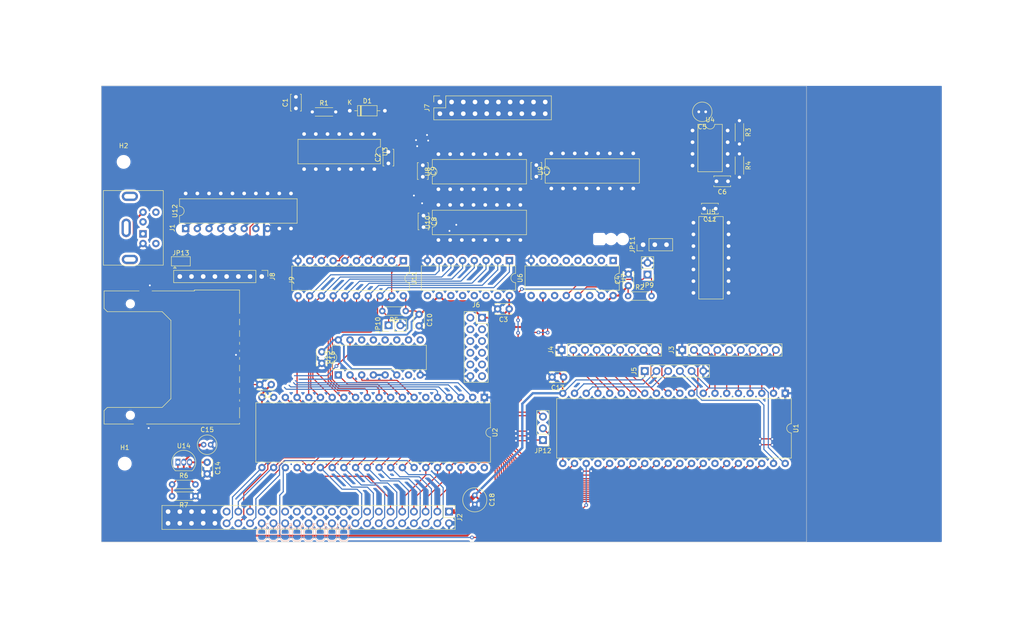
<source format=kicad_pcb>
(kicad_pcb (version 20221018) (generator pcbnew)
  (layers (0 "F.Cu" signal) (31 "B.Cu" signal) (34 "B.Paste" user) (35 "F.Paste" user) (36 "B.SilkS" user "B.Silkscreen") (37 "F.SilkS" user "F.Silkscreen") (38 "B.Mask" user) (39 "F.Mask" user) (44 "Edge.Cuts" user))
  (net 0 "")
  (net 1 "/Expansion header/A0")
  (net 2 "/~{NMI}")
  (net 3 "/Expansion header/A1")
  (net 4 "Net-(J3-Pin_2)")
  (net 5 "/Expansion header/A2")
  (net 6 "Net-(J3-Pin_3)")
  (net 7 "/Expansion header/A3")
  (net 8 "Net-(J3-Pin_4)")
  (net 9 "/Expansion header/A4")
  (net 10 "Net-(J3-Pin_5)")
  (net 11 "/Expansion header/A5")
  (net 12 "Net-(J3-Pin_6)")
  (net 13 "/Expansion header/A6")
  (net 14 "Net-(J3-Pin_7)")
  (net 15 "/Expansion header/A7")
  (net 16 "Net-(J3-Pin_8)")
  (net 17 "/Expansion header/A8")
  (net 18 "/Expansion header/A9")
  (net 19 "Net-(J2-Pin_22)")
  (net 20 "/Expansion header/A10")
  (net 21 "Net-(J2-Pin_24)")
  (net 22 "/Expansion header/A11")
  (net 23 "Net-(J2-Pin_26)")
  (net 24 "/Expansion header/A12")
  (net 25 "Net-(J2-Pin_28)")
  (net 26 "/Expansion header/A13")
  (net 27 "Net-(J2-Pin_30)")
  (net 28 "/Expansion header/A14")
  (net 29 "Net-(J2-Pin_32)")
  (net 30 "/Expansion header/A15")
  (net 31 "Net-(J2-Pin_34)")
  (net 32 "Net-(J3-Pin_9)")
  (net 33 "/Expansion header/~{DMA}")
  (net 34 "Net-(J4-Pin_2)")
  (net 35 "Net-(J4-Pin_3)")
  (net 36 "Net-(J4-Pin_4)")
  (net 37 "Net-(J4-Pin_5)")
  (net 38 "Net-(J4-Pin_6)")
  (net 39 "Net-(J4-Pin_7)")
  (net 40 "Net-(J4-Pin_8)")
  (net 41 "Net-(J4-Pin_9)")
  (net 42 "Net-(J5-Pin_2)")
  (net 43 "Net-(J5-Pin_3)")
  (net 44 "Net-(J5-Pin_4)")
  (net 45 "Net-(J5-Pin_5)")
  (net 46 "/PS2 keyboard interface/~{PS2ShiftOE}")
  (net 47 "Net-(JP10-A)")
  (net 48 "Net-(JP12-C)")
  (net 49 "Net-(U1-CS1)")
  (net 50 "/SPI_MOSI")
  (net 51 "/SPI_MISO")
  (net 52 "/SPI_CLK")
  (net 53 "Net-(U13-A0)")
  (net 54 "Net-(U13-A1)")
  (net 55 "Net-(U13-A2)")
  (net 56 "/PS2 keyboard interface/KeyboardBit0")
  (net 57 "/PS2 keyboard interface/KeyboardBit1")
  (net 58 "/PS2 keyboard interface/KeyboardBit2")
  (net 59 "/PS2 keyboard interface/KeyboardBit3")
  (net 60 "/PS2 keyboard interface/KeyboardBit4")
  (net 61 "/PS2 keyboard interface/KeyboardBit5")
  (net 62 "/PS2 keyboard interface/KeyboardBit6")
  (net 63 "/PS2 keyboard interface/KeyboardBit7")
  (net 65 "Net-(JP11-C)")
  (net 66 "Net-(J1-Pad5)")
  (net 67 "Net-(D1-A)")
  (net 70 "VCC")
  (net 71 "GND")
  (net 72 "/Clock")
  (net 73 "/~{RST}")
  (net 74 "/R~{W}")
  (net 75 "/~{IRQ}")
  (net 76 "/~{CS}")
  (net 77 "/PS2 keyboard interface/~{KeyboardClk}")
  (net 78 "Net-(D1-K)")
  (net 79 "/PS2 keyboard interface/KeyPresent")
  (net 83 "Net-(U4-THR)")
  (net 84 "/Scanning keyboard interface/KeyboardScanClock")
  (net 85 "Net-(U4-CV)")
  (net 86 "Net-(U4-DIS)")
  (net 87 "Net-(U6-QH')")
  (net 88 "/PS2 keyboard interface/KeyboardData")
  (net 98 "/Scanning keyboard interface/Scancode0")
  (net 99 "/Scanning keyboard interface/Scancode1")
  (net 100 "/Scanning keyboard interface/Scancode2")
  (net 101 "/Scanning keyboard interface/col7")
  (net 102 "/Scanning keyboard interface/col6")
  (net 103 "/Scanning keyboard interface/col5")
  (net 104 "/Scanning keyboard interface/col4")
  (net 105 "/Scanning keyboard interface/col3")
  (net 106 "/Scanning keyboard interface/col2")
  (net 107 "/Scanning keyboard interface/col1")
  (net 108 "/Scanning keyboard interface/col0")
  (net 109 "/Scanning keyboard interface/row4")
  (net 110 "/Scanning keyboard interface/row5")
  (net 111 "/Scanning keyboard interface/row6")
  (net 112 "/Scanning keyboard interface/row7")
  (net 113 "/Scanning keyboard interface/Scancode5")
  (net 114 "/Scanning keyboard interface/Scancode4")
  (net 115 "/Scanning keyboard interface/Scancode3")
  (net 116 "/Scanning keyboard interface/row0")
  (net 117 "/Scanning keyboard interface/row1")
  (net 118 "/Scanning keyboard interface/row2")
  (net 119 "/Scanning keyboard interface/row3")
  (net 120 "Net-(U9-GS)")
  (net 124 "Net-(U10-~{BO})")
  (net 126 "/Scanning keyboard interface/mod0")
  (net 127 "/Scanning keyboard interface/mod1")
  (net 128 "/Scanning keyboard interface/KeyPresent")
  (net 129 "/~{SPI_CS7}")
  (net 130 "/~{SPI_CS6}")
  (net 131 "/~{SPI_CS5}")
  (net 132 "/~{SPI_CS4}")
  (net 133 "/~{SPI_CS3}")
  (net 134 "/~{SPI_CS2}")
  (net 135 "/~{SPI_CS1}")
  (net 136 "Net-(J2-Pin_36)")
  (net 138 "+3.3V")
  (net 140 "/SD-Card/SD_SDI")
  (net 143 "/SD-Card/SD_CardDetect")
  (net 144 "/SD-Card/SD_WriteProtect")
  (net 145 "Net-(J8-Pin_8)")
  (net 146 "Net-(U14-ADJ)")
  (net 147 "/Card_Detect")
  (net 148 "/SD-Card/SD_CS")
  (net 149 "/SD-Card/SD_CLK")
  (net 150 "/SD-Card/SD_SDO")
  (net 160 "/Expansion header/D0")
  (net 161 "/Expansion header/D1")
  (net 162 "/Expansion header/D2")
  (net 163 "/Expansion header/D3")
  (net 164 "/Expansion header/D4")
  (net 165 "/Expansion header/D5")
  (net 166 "/Expansion header/D6")
  (net 167 "/Expansion header/D7")
  (net 173 "/SD-Card/WriteProtect")
  (net 174 "/SD-Card/~{CS}")
  (net 175 "/SD-Card/CardDetect")
  (footprint "Package_DIP:DIP-20_W7.62mm" (layer "F.Cu") (at 55.88 86.36 90)
    (fp_text reference "U12")
    (fp_text value "74HC541")
  )
  (footprint "Capacitor_THT:C_Disc_D3.4mm_W2.1mm_P2.50mm" (layer "F.Cu") (at 79.8068 60.2688 90)
    (fp_text reference "C1")
    (fp_text value "100nf")
  )
  (footprint "Capacitor_THT:C_Disc_D3.4mm_W2.1mm_P2.50mm" (layer "F.Cu") (at 107.4928 83.556 -90)
    (fp_text reference "C8")
    (fp_text value "100nf")
  )
  (footprint "Resistor_THT:R_Axial_DIN0204_L3.6mm_D1.6mm_P5.08mm_Horizontal" (layer "F.Cu") (at 52.9336 141.9352)
    (fp_text reference "R6")
    (fp_text value "220R")
  )
  (footprint "Connector_PinHeader_2.54mm:PinHeader_1x03_P2.54mm_Vertical" (layer "F.Cu") (at 155.1432 89.8652 90)
    (fp_text reference "JP11")
    (fp_text value "Key present select")
  )
  (footprint "Connector_PinHeader_2.54mm:PinHeader_1x09_P2.54mm_Vertical" (layer "F.Cu") (at 163.6302 112.7286 90)
    (fp_text reference "J3")
    (fp_text value "PortA")
  )
  (footprint "Resistor_THT:R_Axial_DIN0204_L3.6mm_D1.6mm_P5.08mm_Horizontal" (layer "F.Cu") (at 58.0136 144.4752 180)
    (fp_text reference "R7")
    (fp_text value "370R")
  )
  (footprint "Capacitor_THT:C_Disc_D3.4mm_W2.1mm_P2.50mm" (layer "F.Cu") (at 107.3404 72.6224 -90)
    (fp_text reference "C9")
    (fp_text value "100nf")
  )
  (footprint "Connector_PinSocket_2.54mm:PinSocket_2x06_P2.54mm_Vertical" (layer "F.Cu") (at 120.1928 105.7148)
    (fp_text reference "J6")
    (fp_text value "SPI")
  )
  (footprint "Capacitor_THT:C_Disc_D3.4mm_W2.1mm_P2.50mm" (layer "F.Cu") (at 99.8728 72.2068 90)
    (fp_text reference "C2")
    (fp_text value "100nf")
  )
  (footprint "Diode_THT:D_DO-35_SOD27_P7.62mm_Horizontal" (layer "F.Cu") (at 91.4908 60.7768)
    (fp_text reference "D1")
    (fp_text value "1N457")
  )
  (footprint "Capacitor_THT:C_Disc_D3.4mm_W2.1mm_P2.50mm" (layer "F.Cu") (at 85.4306 113.1308 -90)
    (fp_text reference "C16")
    (fp_text value "100nf")
  )
  (footprint "Connector_PinHeader_2.54mm:PinHeader_1x03_P2.54mm_Vertical" (layer "F.Cu") (at 133.4042 132.2866 180)
    (fp_text reference "JP12")
    (fp_text value "IRQ Select")
  )
  (footprint "Resistor_THT:R_Axial_DIN0204_L3.6mm_D1.6mm_P5.08mm_Horizontal" (layer "F.Cu") (at 176.0428 70.1398 -90)
    (fp_text reference "R4")
    (fp_text value "22k")
  )
  (footprint "Package_DIP:DIP-20_W7.62mm" (layer "F.Cu") (at 103.124 93.3532 -90)
    (fp_text reference "U11")
    (fp_text value "74HCT541")
  )
  (footprint "Package_DIP:DIP-16_W7.62mm" (layer "F.Cu") (at 110.729 77.8248 90)
    (fp_text reference "U8")
    (fp_text value "74HCT138")
  )
  (footprint "Capacitor_THT:C_Radial_D4.0mm_H5.0mm_P1.50mm" (layer "F.Cu") (at 59.7916 133.2992)
    (fp_text reference "C15")
    (fp_text value "100nf")
  )
  (footprint "Package_DIP:DIP-16_W7.62mm" (layer "F.Cu") (at 148.6408 93.3024 -90)
    (fp_text reference "U7")
    (fp_text value "74HCT595")
  )
  (footprint "Resistor_THT:R_Axial_DIN0204_L3.6mm_D1.6mm_P5.08mm_Horizontal" (layer "F.Cu") (at 176.0428 62.9262 -90)
    (fp_text reference "R3")
    (fp_text value "1.5k")
  )
  (footprint "Connector_PinSocket_2.54mm:PinSocket_2x10_P2.54mm_Vertical" (layer "F.Cu") (at 111.0488 58.8764 90)
    (fp_text reference "J7")
    (fp_text value "Keyboard connector")
  )
  (footprint "Connector_PinHeader_2.54mm:PinHeader_1x06_P2.54mm_Vertical" (layer "F.Cu") (at 155.5022 117.3006 90)
    (fp_text reference "J5")
    (fp_text value "ControlLines")
  )
  (footprint "Connector_Card:SD_Kyocera_145638109511859+" (layer "F.Cu") (at 55.88 114.808 -90)
    (fp_text reference "J9")
    (fp_text value "SD_Card")
  )
  (footprint "Connector_PinHeader_2.54mm:PinHeader_1x02_P2.54mm_Vertical" (layer "F.Cu") (at 99.9236 107.374 90)
    (fp_text reference "JP10")
    (fp_text value "Enable Scanning Keyboard Output" hide)
  )
  (footprint "Capacitor_THT:C_Disc_D3.4mm_W2.1mm_P2.50mm" (layer "F.Cu") (at 106.5276 104.9864 -90)
    (fp_text reference "C10")
    (fp_text value "100nf")
  )
  (footprint "Resistor_THT:R_Axial_DIN0204_L3.6mm_D1.6mm_P5.08mm_Horizontal" (layer "F.Cu") (at 151.892 101.024)
    (fp_text reference "R2")
    (fp_text value "10k")
  )
  (footprint "Capacitor_THT:C_Disc_D3.4mm_W2.1mm_P2.50mm" (layer "F.Cu") (at 173.5636 76.0984 180)
    (fp_text reference "C6")
    (fp_text value "100nf")
  )
  (footprint "Capacitor_THT:C_Radial_D5.0mm_H7.0mm_P2.00mm" (layer "F.Cu") (at 118.618 144.272 -90)
    (fp_text reference "C18")
    (fp_text value "100nf")
  )
  (footprint "Package_DIP:DIP-16_W7.62mm" (layer "F.Cu") (at 126.1364 93.3024 -90)
    (fp_text reference "U6")
    (fp_text value "74HCT595")
  )
  (footprint "Capacitor_THT:C_Disc_D3.4mm_W2.1mm_P2.50mm" (layer "F.Cu") (at 126.0856 103.818 180)
    (fp_text reference "C3")
    (fp_text value "100nf")
  )
  (footprint "Capacitor_THT:C_Disc_D3.4mm_W2.1mm_P2.50mm" (layer "F.Cu") (at 60.5536 137.1292 -90)
    (fp_text reference "C14")
    (fp_text value "100nf")
  )
  (footprint "Resistor_THT:R_Axial_DIN0204_L3.6mm_D1.6mm_P5.08mm_Horizontal" (layer "F.Cu") (at 103.632 104.2752 180)
    (fp_text reference "R5")
    (fp_text value "10k")
  )
  (footprint "Resistor_THT:R_Axial_DIN0204_L3.6mm_D1.6mm_P5.08mm_Horizontal" (layer "F.Cu") (at 83.3628 61.0308)
    (fp_text reference "R1")
    (fp_text value "33k")
  )
  (footprint "Capacitor_THT:C_Disc_D3.4mm_W2.1mm_P2.50mm" (layer "F.Cu") (at 137.8854 118.6214 180)
    (fp_text reference "C13")
    (fp_text value "100nf")
  )
  (footprint "Connector_PinHeader_2.54mm:PinHeader_1x09_P2.54mm_Vertical" (layer "F.Cu") (at 137.4682 112.7286 90)
    (fp_text reference "J4")
    (fp_text value "PortB")
  )
  (footprint "Package_DIP:DIP-16_W7.62mm" (layer "F.Cu") (at 110.729 88.8492 90)
    (fp_text reference "U10")
    (fp_text value "74HCT193")
  )
  (footprint "Package_DIP:DIP-16_W7.62mm" (layer "F.Cu") (at 89.0016 118.1608 90)
    (fp_text reference "U13")
    (fp_text value "74HCT138")
  )
  (footprint "MountingHole:MountingHole_2.5mm" (layer "F.Cu") (at 42.418 71.882)
    (fp_text reference "H2")
    (fp_text value "MountingHole")
  )
  (footprint "Package_DIP:DIP-8_W7.62mm" (layer "F.Cu") (at 165.8688 65.0698)
    (fp_text reference "U4")
    (fp_text value "NE555P")
  )
  (footprint "Package_DIP:DIP-14_W7.62mm" (layer "F.Cu") (at 96.8248 65.8368 -90)
    (fp_text reference "U3")
    (fp_text value "74HCT14")
  )
  (footprint "Package_DIP:DIP-14_W7.62mm" (layer "F.Cu") (at 166.0652 85.09)
    (fp_text reference "U5")
    (fp_text value "74HCT00")
  )
  (footprint "MountingHole:MountingHole_2.5mm" (layer "F.Cu") (at 42.672 137.414)
    (fp_text reference "H1")
    (fp_text value "MountingHole")
  )
  (footprint "Capacitor_THT:C_Disc_D3.4mm_W2.1mm_P2.50mm" (layer "F.Cu") (at 170.8912 82.042 180)
    (fp_text reference "C11")
    (fp_text value "100nf")
  )
  (footprint "Local:Connector_Mini-DIN_Female_6Pin_2rows" (layer "F.Cu") (at 46.6284 87.5112 -90)
    (fp_text reference "J1")
    (fp_text value "PS2")
  )
  (footprint "Jumper:SolderJumper-3_P1.3mm_Open_Pad1.0x1.5mm" (layer "F.Cu") (at 54.834 93.472)
    (fp_text reference "JP13")
    (fp_text value "SD-Card voltage select")
  )
  (footprint "Package_DIP:DIP-40_W15.24mm" (layer "F.Cu") (at 120.6958 123.0326 -90)
    (fp_text reference "U2")
    (fp_text value "W65C22SxP")
  )
  (footprint "Connector_PinHeader_2.54mm:PinHeader_2x25_P2.54mm_Vertical" (layer "F.Cu") (at 113.03 147.828 -90)
    (fp_text reference "J2")
    (fp_text value "Conn_02x25_Odd_Even")
  )
  (footprint "Capacitor_THT:C_Disc_D3.4mm_W2.1mm_P2.50mm" (layer "F.Cu") (at 131.9784 72.5824 -90)
    (fp_text reference "C7")
    (fp_text value "100nf")
  )
  (footprint "Connector_PinHeader_2.54mm:PinHeader_1x02_P2.54mm_Vertical" (layer "F.Cu") (at 156.1084 96.3554 180)
    (fp_text reference "JP9")
    (fp_text value "Enable PS2 Output")
  )
  (footprint "Package_TO_SOT_THT:TO-92_Inline" (layer "F.Cu") (at 54.2036 137.1092)
    (fp_text reference "U14")
    (fp_text value "LM317L_TO92")
  )
  (footprint "Capacitor_THT:C_Disc_D3.4mm_W2.1mm_P2.50mm" (layer "F.Cu") (at 74.4528 120.2436 180)
    (fp_text reference "C12")
    (fp_text value "100nf")
  )
  (footprint "Connector_PinHeader_2.54mm:PinHeader_1x08_P2.54mm_Vertical" (layer "F.Cu") (at 72.39 96.774 -90)
    (fp_text reference "J8")
    (fp_text value "SD-Card module" hide)
  )
  (footprint "Capacitor_THT:C_Radial_D4.0mm_H5.0mm_P1.50mm" (layer "F.Cu") (at 168.7268 61.0108 180)
    (fp_text reference "C5")
    (fp_text value "220nf")
  )
  (footprint "Package_DIP:DIP-40_W15.24mm" (layer "F.Cu") (at 185.9822 122.1266 -90)
    (fp_text reference "U1")
    (fp_text value "W65C22SxP")
  )
  (footprint "Capacitor_THT:C_Disc_D3.4mm_W2.1mm_P2.50mm" (layer "F.Cu") (at 151.9428 98.7688 90)
    (fp_text reference "C4")
    (fp_text value "100nf")
  )
  (footprint "Package_DIP:DIP-16_W7.62mm" (layer "F.Cu") (at 135.2296 77.6624 90)
    (fp_text reference "U9")
    (fp_text value "74HCT148")
  )
  (footprint "Jumper:SolderJumper-2_P1.3mm_Open_RoundedPad1.0x1.5mm" (layer "B.Cu") (at 77.47 152.796 -90)
    (fp_text reference "JP6" hide)
    (fp_text value "SolderJumper_2_Open" hide)
  )
  (footprint "Jumper:SolderJumper-2_P1.3mm_Open_RoundedPad1.0x1.5mm" (layer "B.Cu") (at 82.55 152.796 -90)
    (fp_text reference "JP4" hide)
    (fp_text value "SolderJumper_2_Open" hide)
  )
  (footprint "Jumper:SolderJumper-2_P1.3mm_Open_RoundedPad1.0x1.5mm" (layer "B.Cu") (at 85.09 152.796 -90)
    (fp_text reference "JP3" hide)
    (fp_text value "SolderJumper_2_Open" hide)
  )
  (footprint "Jumper:SolderJumper-2_P1.3mm_Open_RoundedPad1.0x1.5mm" (layer "B.Cu") (at 80.01 152.796 -90)
    (fp_text reference "JP5" hide)
    (fp_text value "SolderJumper_2_Open" hide)
  )
  (footprint "Jumper:SolderJumper-2_P1.3mm_Open_RoundedPad1.0x1.5mm" (layer "B.Cu") (at 87.63 152.796 -90)
    (fp_text reference "JP2" hide)
    (fp_text value "SolderJumper_2_Open" hide)
  )
  (footprint "Jumper:SolderJumper-2_P1.3mm_Open_RoundedPad1.0x1.5mm" (layer "B.Cu") (at 72.39 152.796 -90)
    (fp_text reference "JP8" hide)
    (fp_text value "SolderJumper_2_Open" hide)
  )
  (footprint "Jumper:SolderJumper-2_P1.3mm_Open_RoundedPad1.0x1.5mm" (layer "B.Cu") (at 74.93 152.796 -90)
    (fp_text reference "JP7" hide)
    (fp_text value "SolderJumper_2_Open" hide)
  )
  (footprint "Jumper:SolderJumper-2_P1.3mm_Open_RoundedPad1.0x1.5mm" (layer "B.Cu") (at 90.17 152.796 -90)
    (fp_text reference "JP1" hide)
    (fp_text value "SolderJumper_2_Open" hide)
  )
  (gr_rect (start 37.592 55.372) (end 190.6016 154.432) (stroke (width 0.1)) (fill none) (layer "Edge.Cuts"))
  (gr_text "4" (at 81.755025 151.601025) (layer "B.SilkS") (effects (font (size 1 1)) (justify left bottom mirror)))
  (gr_text "5" (at 79.215025 151.601025) (layer "B.SilkS") (effects (font (size 1 1)) (justify left bottom mirror)))
  (gr_text "1" (at 89.375025 151.601025) (layer "B.SilkS") (effects (font (size 1 1)) (justify left bottom mirror)))
  (gr_text "0" (at 91.948 151.892) (layer "B.SilkS") (effects (font (size 1 1)) (justify left bottom mirror)))
  (gr_text "3" (at 84.295025 151.601025) (layer "B.SilkS") (effects (font (size 1 1)) (justify left bottom mirror)))
  (gr_text "2" (at 86.835025 151.601025) (layer "B.SilkS") (effects (font (size 1 1)) (justify left bottom mirror)))
  (gr_text "6" (at 76.675025 151.601025) (layer "B.SilkS") (effects (font (size 1 1)) (justify left bottom mirror)))
  (gr_text "7" (at 74.135025 151.601025) (layer "B.SilkS") (effects (font (size 1 1)) (justify left bottom mirror)))
  (segment (start 90.17 152.146) (end 90.17 150.368) (width 0.25) (layer "B.Cu") (net 0))
  (segment (start 115.6158 139.5476) (end 115.6158 138.2726) (width 0.25) (layer "F.Cu") (net 1))
  (segment (start 110.49 145.034) (end 115.6158 139.9082) (width 0.25) (layer "F.Cu") (net 1))
  (segment (start 121.7118 145.6436) (end 172.6252 145.6436) (width 0.25) (layer "F.Cu") (net 1))
  (segment (start 110.49 147.828) (end 110.49 145.034) (width 0.25) (layer "F.Cu") (net 1))
  (segment (start 115.6158 139.5476) (end 121.7118 145.6436) (width 0.25) (layer "F.Cu") (net 1))
  (segment (start 172.6252 145.6436) (end 180.9022 137.3666) (width 0.25) (layer "F.Cu") (net 1))
  (segment (start 115.6158 139.9082) (end 115.6158 139.5476) (width 0.25) (layer "F.Cu") (net 1))
  (segment (start 73.7108 137.7188) (end 84.4296 127) (width 0.25) (layer "F.Cu") (net 2))
  (segment (start 131.931 132.2866) (end 133.4042 132.2866) (width 0.25) (layer "F.Cu") (net 2))
  (segment (start 130.7592 127) (end 131.4704 127.7112) (width 0.25) (layer "F.Cu") (net 2))
  (segment (start 73.7108 138.6208) (end 73.7108 137.7188) (width 0.25) (layer "F.Cu") (net 2))
  (segment (start 68.485 143.8466) (end 73.7108 138.6208) (width 0.25) (layer "F.Cu") (net 2))
  (segment (start 131.4704 127.7112) (end 131.4704 131.826) (width 0.25) (layer "F.Cu") (net 2))
  (segment (start 131.4704 131.826) (end 131.931 132.2866) (width 0.25) (layer "F.Cu") (net 2))
  (segment (start 84.4296 127) (end 130.7592 127) (width 0.25) (layer "F.Cu") (net 2))
  (segment (start 68.485 149.193) (end 68.485 143.8466) (width 0.25) (layer "F.Cu") (net 2))
  (segment (start 67.31 150.368) (end 68.485 149.193) (width 0.25) (layer "F.Cu") (net 2))
  (segment (start 113.0758 139.9082) (end 113.0758 138.2726) (width 0.25) (layer "F.Cu") (net 3))
  (segment (start 113.0758 138.2726) (end 114.2008 137.1476) (width 0.25) (layer "F.Cu") (net 3))
  (segment (start 123.0376 143.8148) (end 124.4164 145.1936) (width 0.25) (layer "F.Cu") (net 3))
  (segment (start 107.95 145.034) (end 113.0758 139.9082) (width 0.25) (layer "F.Cu") (net 3))
  (segment (start 107.95 147.828) (end 107.95 145.034) (width 0.25) (layer "F.Cu") (net 3))
  (segment (start 114.2008 137.1476) (end 121.6028 137.1476) (width 0.25) (layer "F.Cu") (net 3))
  (segment (start 121.6028 137.1476) (end 123.0376 138.5824) (width 0.25) (layer "F.Cu") (net 3))
  (segment (start 124.4164 145.1936) (end 170.5352 145.1936) (width 0.25) (layer "F.Cu") (net 3))
  (segment (start 170.5352 145.1936) (end 178.3622 137.3666) (width 0.25) (layer "F.Cu") (net 3))
  (segment (start 123.0376 138.5824) (end 123.0376 143.8148) (width 0.25) (layer "F.Cu") (net 3))
  (segment (start 167.0272 120.7616) (end 167.0272 113.5856) (width 0.25) (layer "F.Cu") (net 4))
  (segment (start 165.6622 122.1266) (end 167.0272 120.7616) (width 0.25) (layer "F.Cu") (net 4))
  (segment (start 167.0272 113.5856) (end 166.1702 112.7286) (width 0.25) (layer "F.Cu") (net 4))
  (segment (start 121.789196 136.6976) (end 123.4876 138.396004) (width 0.25) (layer "F.Cu") (net 5))
  (segment (start 168.4452 144.7436) (end 175.8222 137.3666) (width 0.25) (layer "F.Cu") (net 5))
  (segment (start 123.4876 138.396004) (end 123.4876 143.5608) (width 0.25) (layer "F.Cu") (net 5))
  (segment (start 123.4876 143.5608) (end 124.6704 144.7436) (width 0.25) (layer "F.Cu") (net 5))
  (segment (start 105.41 145.034) (end 110.5358 139.9082) (width 0.25) (layer "F.Cu") (net 5))
  (segment (start 112.1108 136.6976) (end 121.789196 136.6976) (width 0.25) (layer "F.Cu") (net 5))
  (segment (start 110.5358 138.2726) (end 112.1108 136.6976) (width 0.25) (layer "F.Cu") (net 5))
  (segment (start 124.6704 144.7436) (end 168.4452 144.7436) (width 0.25) (layer "F.Cu") (net 5))
  (segment (start 105.41 147.828) (end 105.41 145.034) (width 0.25) (layer "F.Cu") (net 5))
  (segment (start 110.5358 139.9082) (end 110.5358 138.2726) (width 0.25) (layer "F.Cu") (net 5))
  (segment (start 169.5602 113.5786) (end 168.7102 112.7286) (width 0.25) (layer "F.Cu") (net 6))
  (segment (start 168.2022 122.1266) (end 169.5602 120.7686) (width 0.25) (layer "F.Cu") (net 6))
  (segment (start 169.5602 120.7686) (end 169.5602 113.5786) (width 0.25) (layer "F.Cu") (net 6))
  (segment (start 166.3552 144.2936) (end 173.2822 137.3666) (width 0.25) (layer "F.Cu") (net 7))
  (segment (start 102.87 145.034) (end 107.9958 139.9082) (width 0.25) (layer "F.Cu") (net 7))
  (segment (start 107.9958 138.2726) (end 110.0208 136.2476) (width 0.25) (layer "F.Cu") (net 7))
  (segment (start 102.87 147.828) (end 102.87 145.034) (width 0.25) (layer "F.Cu") (net 7))
  (segment (start 110.0208 136.2476) (end 121.975592 136.2476) (width 0.25) (layer "F.Cu") (net 7))
  (segment (start 121.975592 136.2476) (end 123.9376 138.209608) (width 0.25) (layer "F.Cu") (net 7))
  (segment (start 107.9958 139.9082) (end 107.9958 138.2726) (width 0.25) (layer "F.Cu") (net 7))
  (segment (start 124.8736 144.2936) (end 166.3552 144.2936) (width 0.25) (layer "F.Cu") (net 7))
  (segment (start 123.9376 143.3576) (end 124.8736 144.2936) (width 0.25) (layer "F.Cu") (net 7))
  (segment (start 123.9376 138.209608) (end 123.9376 143.3576) (width 0.25) (layer "F.Cu") (net 7))
  (segment (start 170.7422 113.2366) (end 171.2502 112.7286) (width 0.25) (layer "F.Cu") (net 8))
  (segment (start 170.7422 122.1266) (end 170.7422 113.2366) (width 0.25) (layer "F.Cu") (net 8))
  (segment (start 100.33 147.828) (end 100.33 145.1356) (width 0.25) (layer "F.Cu") (net 9))
  (segment (start 81.9404 140.1572) (end 80.0558 138.2726) (width 0.25) (layer "F.Cu") (net 9))
  (segment (start 95.3516 140.1572) (end 81.9404 140.1572) (width 0.25) (layer "F.Cu") (net 9))
  (segment (start 100.33 145.1356) (end 95.3516 140.1572) (width 0.25) (layer "F.Cu") (net 9))
  (segment (start 100.33 145.1356) (end 100.33 145.034) (width 0.25) (layer "F.Cu") (net 9))
  (segment (start 173.2822 113.2366) (end 173.7902 112.7286) (width 0.25) (layer "F.Cu") (net 10))
  (segment (start 173.2822 122.1266) (end 173.2822 113.2366) (width 0.25) (layer "F.Cu") (net 10))
  (segment (start 175.8222 113.2366) (end 176.3302 112.7286) (width 0.25) (layer "F.Cu") (net 12))
  (segment (start 175.8222 122.1266) (end 175.8222 113.2366) (width 0.25) (layer "F.Cu") (net 12))
  (segment (start 178.3622 122.1266) (end 178.3622 113.2366) (width 0.25) (layer "F.Cu") (net 14))
  (segment (start 178.3622 113.2366) (end 178.8702 112.7286) (width 0.25) (layer "F.Cu") (net 14))
  (segment (start 180.9022 113.2366) (end 181.4102 112.7286) (width 0.25) (layer "F.Cu") (net 16))
  (segment (start 180.9022 122.1266) (end 180.9022 113.2366) (width 0.25) (layer "F.Cu") (net 16))
  (segment (start 87.63 152.146) (end 87.63 150.368) (width 0.25) (layer "B.Cu") (net 19))
  (segment (start 85.09 152.146) (end 85.09 150.368) (width 0.25) (layer "B.Cu") (net 21))
  (segment (start 82.55 152.146) (end 82.55 150.368) (width 0.25) (layer "B.Cu") (net 23))
  (segment (start 80.01 152.146) (end 80.01 150.368) (width 0.25) (layer "B.Cu") (net 25))
  (segment (start 77.47 152.146) (end 77.47 150.368) (width 0.25) (layer "B.Cu") (net 27))
  (segment (start 74.93 152.146) (end 74.93 150.368) (width 0.25) (layer "B.Cu") (net 29))
  (segment (start 72.39 152.146) (end 72.39 150.368) (width 0.25) (layer "B.Cu") (net 31))
  (segment (start 183.4422 113.2366) (end 183.9502 112.7286) (width 0.25) (layer "F.Cu") (net 32))
  (segment (start 183.4422 122.1266) (end 183.4422 113.2366) (width 0.25) (layer "F.Cu") (net 32))
  (segment (start 145.3422 122.1266) (end 145.3422 120.9074) (width 0.25) (layer "F.Cu") (net 34))
  (segment (start 140.0082 115.5734) (end 140.0082 112.7286) (width 0.25) (layer "F.Cu") (net 34))
  (segment (start 145.3422 120.9074) (end 140.0082 115.5734) (width 0.25) (layer "F.Cu") (net 34))
  (segment (start 147.8822 122.1266) (end 147.8822 121.517) (width 0.25) (layer "F.Cu") (net 35))
  (segment (start 142.5482 116.183) (end 142.5482 112.7286) (width 0.25) (layer "F.Cu") (net 35))
  (segment (start 147.8822 121.517) (end 142.5482 116.183) (width 0.25) (layer "F.Cu") (net 35))
  (segment (start 150.4222 122.1266) (end 150.3714 122.1266) (width 0.25) (layer "F.Cu") (net 36))
  (segment (start 145.0882 116.8434) (end 145.0882 112.7286) (width 0.25) (layer "F.Cu") (net 36))
  (segment (start 150.3714 122.1266) (end 145.0882 116.8434) (width 0.25) (layer "F.Cu") (net 36))
  (segment (start 152.7082 122.1266) (end 147.6282 117.0466) (width 0.25) (layer "F.Cu") (net 37))
  (segment (start 147.6282 117.0466) (end 147.6282 112.7286) (width 0.25) (layer "F.Cu") (net 37))
  (segment (start 152.9622 122.1266) (end 152.7082 122.1266) (width 0.25) (layer "F.Cu") (net 37))
  (segment (start 154.8926 122.1266) (end 150.1682 117.4022) (width 0.25) (layer "F.Cu") (net 38))
  (segment (start 150.1682 117.4022) (end 150.1682 112.7286) (width 0.25) (layer "F.Cu") (net 38))
  (segment (start 155.5022 122.1266) (end 154.8926 122.1266) (width 0.25) (layer "F.Cu") (net 38))
  (segment (start 155.0958 119.1802) (end 153.6734 119.1802) (width 0.25) (layer "F.Cu") (net 39))
  (segment (start 153.6734 119.1802) (end 152.7082 118.215) (width 0.25) (layer "F.Cu") (net 39))
  (segment (start 152.7082 118.215) (end 152.7082 112.7286) (width 0.25) (layer "F.Cu") (net 39))
  (segment (start 158.0422 122.1266) (end 155.0958 119.1802) (width 0.25) (layer "F.Cu") (net 39))
  (segment (start 156.823 114.3034) (end 155.2482 112.7286) (width 0.25) (layer "F.Cu") (net 40))
  (segment (start 156.823 118.3674) (end 156.823 114.3034) (width 0.25) (layer "F.Cu") (net 40))
  (segment (start 160.5822 122.1266) (end 156.823 118.3674) (width 0.25) (layer "F.Cu") (net 40))
  (segment (start 163.1222 122.1266) (end 159.2172 118.2216) (width 0.25) (layer "F.Cu") (net 41))
  (segment (start 159.2172 114.1576) (end 157.7882 112.7286) (width 0.25) (layer "F.Cu") (net 41))
  (segment (start 159.2172 118.2216) (end 159.2172 114.1576) (width 0.25) (layer "F.Cu") (net 41))
  (segment (start 142.2434 120.1454) (end 140.2622 122.1266) (width 0.25) (layer "B.Cu") (net 42))
  (segment (start 158.0422 117.3006) (end 155.2482 120.0946) (width 0.25) (layer "B.Cu") (net 42))
  (segment (start 155.2482 120.0946) (end 142.2434 120.0946) (width 0.25) (layer "B.Cu") (net 42))
  (segment (start 142.2434 120.0946) (end 142.2434 120.1454) (width 0.25) (layer "B.Cu") (net 42))
  (segment (start 157.1278 120.755) (end 144.1738 120.755) (width 0.25) (layer "B.Cu") (net 43))
  (segment (start 160.5822 117.3006) (end 157.1278 120.755) (width 0.25) (layer "B.Cu") (net 43))
  (segment (start 144.1738 120.755) (end 142.8022 122.1266) (width 0.25) (layer "B.Cu") (net 43))
  (segment (start 180.2926 123.6506) (end 181.3594 124.7174) (width 0.25) (layer "B.Cu") (net 44))
  (segment (start 167.8974 123.6506) (end 180.2926 123.6506) (width 0.25) (layer "B.Cu") (net 44))
  (segment (start 166.8232 122.5764) (end 167.8974 123.6506) (width 0.25) (layer "B.Cu") (net 44))
  (segment (start 163.1222 117.3006) (end 166.8232 121.0016) (width 0.25) (layer "B.Cu") (net 44))
  (segment (start 181.3594 134.3186) (end 183.4422 136.4014) (width 0.25) (layer "B.Cu") (net 44))
  (segment (start 183.4422 136.4014) (end 183.4422 137.3666) (width 0.25) (layer "B.Cu") (net 44))
  (segment (start 166.8232 121.0016) (end 166.8232 122.5764) (width 0.25) (layer "B.Cu") (net 44))
  (segment (start 181.3594 124.7174) (end 181.3594 134.3186) (width 0.25) (layer "B.Cu") (net 44))
  (segment (start 165.6622 117.3006) (end 169.3632 121.0016) (width 0.25) (layer "B.Cu") (net 45))
  (segment (start 169.3632 121.0016) (end 181.368191 121.0016) (width 0.25) (layer "B.Cu") (net 45))
  (segment (start 182.3172 121.950609) (end 182.3172 133.9048) (width 0.25) (layer "B.Cu") (net 45))
  (segment (start 181.368191 121.0016) (end 182.3172 121.950609) (width 0.25) (layer "B.Cu") (net 45))
  (segment (start 182.3172 133.9048) (end 185.779 137.3666) (width 0.25) (layer "B.Cu") (net 45))
  (segment (start 185.779 137.3666) (end 185.9822 137.3666) (width 0.25) (layer "B.Cu") (net 45))
  (segment (start 148.9456 99.0428) (end 142.9004 99.0428) (width 0.25) (layer "F.Cu") (net 46))
  (segment (start 156.972 97.219) (end 156.1084 96.3554) (width 0.25) (layer "F.Cu") (net 46))
  (segment (start 155.07 97.3938) (end 150.5946 97.3938) (width 0.25) (layer "F.Cu") (net 46))
  (segment (start 150.5946 97.3938) (end 148.9456 99.0428) (width 0.25) (layer "F.Cu") (net 46))
  (segment (start 156.972 101.024) (end 156.972 97.219) (width 0.25) (layer "F.Cu") (net 46))
  (segment (start 142.9004 99.0428) (end 141.0208 100.9224) (width 0.25) (layer "F.Cu") (net 46))
  (segment (start 156.1084 96.3554) (end 155.07 97.3938) (width 0.25) (layer "F.Cu") (net 46))
  (segment (start 98.552 103.0052) (end 100.584 100.9732) (width 0.25) (layer "F.Cu") (net 47))
  (segment (start 99.9236 105.6468) (end 98.552 104.2752) (width 0.25) (layer "F.Cu") (net 47))
  (segment (start 100.584 100.9732) (end 100.584 95.8932) (width 0.25) (layer "F.Cu") (net 47))
  (segment (start 100.584 95.8932) (end 103.124 93.3532) (width 0.25) (layer "F.Cu") (net 47))
  (segment (start 98.552 104.2752) (end 98.552 103.0052) (width 0.25) (layer "F.Cu") (net 47))
  (segment (start 99.9236 107.374) (end 99.9236 105.6468) (width 0.25) (layer "F.Cu") (net 47))
  (segment (start 137.7222 134.0646) (end 133.4042 129.7466) (width 0.25) (layer "F.Cu") (net 48))
  (segment (start 137.7222 137.3666) (end 137.7222 134.0646) (width 0.25) (layer "F.Cu") (net 48))
  (segment (start 80.1696 119.8444) (end 79.7052 119.38) (width 0.25) (layer "B.Cu") (net 50))
  (segment (start 118.1558 123.0326) (end 114.9676 119.8444) (width 0.25) (layer "B.Cu") (net 50))
  (segment (start 114.9676 119.8444) (end 80.1696 119.8444) (width 0.25) (layer "B.Cu") (net 50))
  (segment (start 79.756 120.2944) (end 79.2988 119.8372) (width 0.25) (layer "B.Cu") (net 51))
  (segment (start 115.6158 123.0326) (end 112.8776 120.2944) (width 0.25) (layer "B.Cu") (net 51))
  (segment (start 112.8776 120.2944) (end 79.756 120.2944) (width 0.25) (layer "B.Cu") (net 51))
  (segment (start 110.7948 120.7516) (end 78.682 120.7516) (width 0.25) (layer "B.Cu") (net 52))
  (segment (start 78.682 120.7516) (end 78.3336 120.4032) (width 0.25) (layer "B.Cu") (net 52))
  (segment (start 113.0758 123.0326) (end 110.7948 120.7516) (width 0.25) (layer "B.Cu") (net 52))
  (segment (start 91.07 120.2292) (end 89.0016 118.1608) (width 0.25) (layer "F.Cu") (net 53))
  (segment (start 97.5724 120.2292) (end 91.07 120.2292) (width 0.25) (layer "F.Cu") (net 53))
  (segment (start 100.3758 123.0326) (end 97.5724 120.2292) (width 0.25) (layer "F.Cu") (net 53))
  (segment (start 99.6624 119.7792) (end 93.16 119.7792) (width 0.25) (layer "F.Cu") (net 54))
  (segment (start 93.16 119.7792) (end 91.5416 118.1608) (width 0.25) (layer "F.Cu") (net 54))
  (segment (start 102.9158 123.0326) (end 99.6624 119.7792) (width 0.25) (layer "F.Cu") (net 54))
  (segment (start 94.0816 119.2276) (end 94.1832 119.3292) (width 0.25) (layer "F.Cu") (net 55))
  (segment (start 94.0816 118.1608) (end 94.0816 119.2276) (width 0.25) (layer "F.Cu") (net 55))
  (segment (start 101.7524 119.3292) (end 105.4558 123.0326) (width 0.25) (layer "F.Cu") (net 55))
  (segment (start 94.1832 119.3292) (end 101.7524 119.3292) (width 0.25) (layer "F.Cu") (net 55))
  (segment (start 97.527 101.4902) (end 98.044 100.9732) (width 0.25) (layer "F.Cu") (net 56))
  (segment (start 97.8358 123.0326) (end 97.8358 121.233) (width 0.25) (layer "F.Cu") (net 56))
  (segment (start 96.0628 108.8644) (end 97.527 107.4002) (width 0.25) (layer "F.Cu") (net 56))
  (segment (start 97.8358 121.233) (end 97.282 120.6792) (width 0.25) (layer "F.Cu") (net 56))
  (segment (start 97.282 120.6792) (end 89.27 120.6792) (width 0.25) (layer "F.Cu") (net 56))
  (segment (start 97.527 107.4002) (end 97.527 101.4902) (width 0.25) (layer "F.Cu") (net 56))
  (segment (start 89.27 120.6792) (end 87.7316 119.1408) (width 0.25) (layer "F.Cu") (net 56))
  (segment (start 87.7316 109.3724) (end 88.2396 108.8644) (width 0.25) (layer "F.Cu") (net 56))
  (segment (start 87.7316 119.1408) (end 87.7316 109.3724) (width 0.25) (layer "F.Cu") (net 56))
  (segment (start 88.2396 108.8644) (end 96.0628 108.8644) (width 0.25) (layer "F.Cu") (net 56))
  (segment (start 122.7328 99.1952) (end 126.1364 95.7916) (width 0.25) (layer "B.Cu") (net 56))
  (segment (start 99.822 99.1952) (end 122.7328 99.1952) (width 0.25) (layer "B.Cu") (net 56))
  (segment (start 98.044 100.9732) (end 99.822 99.1952) (width 0.25) (layer "B.Cu") (net 56))
  (segment (start 126.1364 95.7916) (end 126.1364 93.3024) (width 0.25) (layer "B.Cu") (net 56))
  (segment (start 95.2958 121.6322) (end 94.7928 121.1292) (width 0.25) (layer "F.Cu") (net 57))
  (segment (start 94.9452 108.4144) (end 95.504 107.8556) (width 0.25) (layer "F.Cu") (net 57))
  (segment (start 95.504 122.8244) (end 95.2958 123.0326) (width 0.25) (layer "F.Cu") (net 57))
  (segment (start 89.083604 121.1292) (end 87.2816 119.327196) (width 0.25) (layer "F.Cu") (net 57))
  (segment (start 88.053204 108.4144) (end 94.9452 108.4144) (width 0.25) (layer "F.Cu") (net 57))
  (segment (start 94.7928 121.1292) (end 89.083604 121.1292) (width 0.25) (layer "F.Cu") (net 57))
  (segment (start 87.2816 109.186004) (end 88.053204 108.4144) (width 0.25) (layer "F.Cu") (net 57))
  (segment (start 95.504 107.8556) (end 95.504 100.9732) (width 0.25) (layer "F.Cu") (net 57))
  (segment (start 95.2958 123.0326) (end 95.2958 121.6322) (width 0.25) (layer "F.Cu") (net 57))
  (segment (start 87.2816 119.327196) (end 87.2816 109.186004) (width 0.25) (layer "F.Cu") (net 57))
  (segment (start 97.79 98.6872) (end 120.2436 98.6872) (width 0.25) (layer "B.Cu") (net 57))
  (segment (start 120.2436 98.6872) (end 123.5964 95.3344) (width 0.25) (layer "B.Cu") (net 57))
  (segment (start 95.504 100.9732) (end 97.79 98.6872) (width 0.25) (layer "B.Cu") (net 57))
  (segment (start 123.5964 95.3344) (end 123.5964 93.3024) (width 0.25) (layer "B.Cu") (net 57))
  (segment (start 88.897208 121.5792) (end 86.8316 119.513592) (width 0.25) (layer "F.Cu") (net 58))
  (segment (start 86.8316 119.513592) (end 86.8316 108.999608) (width 0.25) (layer "F.Cu") (net 58))
  (segment (start 91.9988 107.9644) (end 92.964 106.9992) (width 0.25) (layer "F.Cu") (net 58))
  (segment (start 87.866808 107.9644) (end 91.9988 107.9644) (width 0.25) (layer "F.Cu") (net 58))
  (segment (start 91.3024 121.5792) (end 88.897208 121.5792) (width 0.25) (layer "F.Cu") (net 58))
  (segment (start 92.7558 123.0326) (end 91.3024 121.5792) (width 0.25) (layer "F.Cu") (net 58))
  (segment (start 92.7558 101.1814) (end 92.964 100.9732) (width 0.25) (layer "F.Cu") (net 58))
  (segment (start 92.964 106.9992) (end 92.964 100.9732) (width 0.25) (layer "F.Cu") (net 58))
  (segment (start 86.8316 108.999608) (end 87.866808 107.9644) (width 0.25) (layer "F.Cu") (net 58))
  (segment (start 95.7 98.2372) (end 118.0012 98.2372) (width 0.25) (layer "B.Cu") (net 58))
  (segment (start 92.964 100.9732) (end 95.7 98.2372) (width 0.25) (layer "B.Cu") (net 58))
  (segment (start 118.0012 98.2372) (end 121.0564 95.182) (width 0.25) (layer "B.Cu") (net 58))
  (segment (start 121.0564 95.182) (end 121.0564 93.3024) (width 0.25) (layer "B.Cu") (net 58))
  (segment (start 90.424 122.8244) (end 90.2158 123.0326) (width 0.25) (layer "F.Cu") (net 59))
  (segment (start 87.680412 107.5144) (end 89.662 107.5144) (width 0.25) (layer "F.Cu") (net 59))
  (segment (start 83.9216 117.239988) (end 83.9216 111.273212) (width 0.25) (layer "F.Cu") (net 59))
  (segment (start 89.662 107.5144) (end 90.424 106.7524) (width 0.25) (layer "F.Cu") (net 59))
  (segment (start 90.2158 123.0326) (end 89.714212 123.0326) (width 0.25) (layer "F.Cu") (net 59))
  (segment (start 83.9216 111.273212) (end 87.680412 107.5144) (width 0.25) (layer "F.Cu") (net 59))
  (segment (start 90.424 106.7524) (end 90.424 100.9732) (width 0.25) (layer "F.Cu") (net 59))
  (segment (start 89.714212 123.0326) (end 83.9216 117.239988) (width 0.25) (layer "F.Cu") (net 59))
  (segment (start 93.61 97.7872) (end 115.6064 97.7872) (width 0.25) (layer "B.Cu") (net 59))
  (segment (start 90.424 100.9732) (end 93.61 97.7872) (width 0.25) (layer "B.Cu") (net 59))
  (segment (start 115.6064 97.7872) (end 118.5164 94.8772) (width 0.25) (layer "B.Cu") (net 59))
  (segment (start 118.5164 94.8772) (end 118.5164 93.3024) (width 0.25) (layer "B.Cu") (net 59))
  (segment (start 87.6758 101.1814) (end 87.884 100.9732) (width 0.25) (layer "F.Cu") (net 60))
  (segment (start 87.884 106.674416) (end 87.884 100.9732) (width 0.25) (layer "F.Cu") (net 60))
  (segment (start 83.4716 111.086816) (end 87.884 106.674416) (width 0.25) (layer "F.Cu") (net 60))
  (segment (start 87.6758 123.0326) (end 83.4716 118.8284) (width 0.25) (layer "F.Cu") (net 60))
  (segment (start 83.4716 118.8284) (end 83.4716 111.086816) (width 0.25) (layer "F.Cu") (net 60))
  (segment (start 115.9764 94.9788) (end 115.9764 93.3024) (width 0.25) (layer "B.Cu") (net 60))
  (segment (start 91.52 97.3372) (end 113.618 97.3372) (width 0.25) (layer "B.Cu") (net 60))
  (segment (start 113.618 97.3372) (end 115.9764 94.9788) (width 0.25) (layer "B.Cu") (net 60))
  (segment (start 87.884 100.9732) (end 91.52 97.3372) (width 0.25) (layer "B.Cu") (net 60))
  (segment (start 85.344 122.8244) (end 85.1358 123.0326) (width 0.25) (layer "F.Cu") (net 61))
  (segment (start 85.1358 123.0326) (end 83.0216 120.9184) (width 0.25) (layer "F.Cu") (net 61))
  (segment (start 83.0216 120.9184) (end 83.0216 103.2956) (width 0.25) (layer "F.Cu") (net 61))
  (segment (start 83.0216 103.2956) (end 85.344 100.9732) (width 0.25) (layer "F.Cu") (net 61))
  (segment (start 113.4364 94.8772) (end 113.4364 93.3024) (width 0.25) (layer "B.Cu") (net 61))
  (segment (start 89.43 96.8872) (end 111.4264 96.8872) (width 0.25) (layer "B.Cu") (net 61))
  (segment (start 85.344 100.9732) (end 89.43 96.8872) (width 0.25) (layer "B.Cu") (net 61))
  (segment (start 111.4264 96.8872) (end 113.4364 94.8772) (width 0.25) (layer "B.Cu") (net 61))
  (segment (start 82.804 100.9732) (end 82.5716 101.2056) (width 0.25) (layer "F.Cu") (net 62))
  (segment (start 82.5958 101.1814) (end 82.804 100.9732) (width 0.25) (layer "F.Cu") (net 62))
  (segment (start 82.5716 101.2056) (end 82.5716 123.0084) (width 0.25) (layer "F.Cu") (net 62))
  (segment (start 82.5716 123.0084) (end 82.5958 123.0326) (width 0.25) (layer "F.Cu") (net 62))
  (segment (start 87.376 96.4012) (end 110.0328 96.4012) (width 0.25) (layer "B.Cu") (net 62))
  (segment (start 110.8964 95.5376) (end 110.8964 93.3024) (width 0.25) (layer "B.Cu") (net 62))
  (segment (start 110.0328 96.4012) (end 110.8964 95.5376) (width 0.25) (layer "B.Cu") (net 62))
  (segment (start 82.804 100.9732) (end 87.376 96.4012) (width 0.25) (layer "B.Cu") (net 62))
  (segment (start 80.0558 101.1814) (end 80.264 100.9732) (width 0.25) (layer "F.Cu") (net 63))
  (segment (start 80.264 122.8244) (end 80.0558 123.0326) (width 0.25) (layer "F.Cu") (net 63))
  (segment (start 128.8288 99.5) (end 128.016 100.3128) (width 0.25) (layer "F.Cu") (net 63))
  (segment (start 126.746 124.6632) (end 128.016 123.3932) (width 0.25) (layer "F.Cu") (net 63))
  (segment (start 80.0558 123.0326) (end 80.0558 101.1814) (width 0.25) (layer "F.Cu") (net 63))
  (segment (start 128.016 109.0168) (end 128.016 123.3932) (width 0.25) (layer "F.Cu") (net 63))
  (segment (start 80.0558 123.0326) (end 81.6864 124.6632) (width 0.25) (layer "F.Cu") (net 63))
  (segment (start 81.6864 124.6632) (end 126.746 124.6632) (width 0.25) (layer "F.Cu") (net 63))
  (segment (start 128.016 100.3128) (end 128.016 106.2736) (width 0.25) (layer "F.Cu") (net 63))
  (via (at 128.016 109.0168) (size 0.8) (drill 0.4) (layers "F.Cu" "B.Cu") (net 63))
  (via (at 128.8288 99.5) (size 0.8) (drill 0.4) (layers "F.Cu" "B.Cu") (net 63))
  (via (at 128.016 106.2736) (size 0.8) (drill 0.4) (layers "F.Cu" "B.Cu") (net 63))
  (segment (start 144.6784 99.5) (end 146.1008 100.9224) (width 0.25) (layer "B.Cu") (net 63))
  (segment (start 128.8288 99.5) (end 144.6784 99.5) (width 0.25) (layer "B.Cu") (net 63))
  (segment (start 128.016 109.0168) (end 128.016 106.2736) (width 0.25) (layer "B.Cu") (net 63))
  (segment (start 159.0548 92.3036) (end 157.9372 91.186) (width 0.25) (layer "F.Cu") (net 65))
  (segment (start 126.9492 125.2728) (end 128.5748 123.6472) (width 0.25) (layer "F.Cu") (net 65))
  (segment (start 157.9372 91.186) (end 157.9372 90.1192) (width 0.25) (layer "F.Cu") (net 65))
  (segment (start 157.9372 90.1192) (end 157.6832 89.8652) (width 0.25) (layer "F.Cu") (net 65))
  (segment (start 126.492 125.2728) (end 126.9492 125.2728) (width 0.25) (layer "F.Cu") (net 65))
  (segment (start 156.3624 104.0384) (end 159.0548 101.346) (width 0.25) (layer "F.Cu") (net 65))
  (segment (start 128.7272 110.2868) (end 130.0988 108.9152) (width 0.25) (layer "F.Cu") (net 65))
  (segment (start 128.7272 123.4948) (end 128.7272 110.2868) (width 0.25) (layer "F.Cu") (net 65))
  (segment (start 159.0548 101.346) (end 159.0548 92.3036) (width 0.25) (layer "F.Cu") (net 65))
  (segment (start 134.4168 108.966) (end 134.4168 107.95) (width 0.25) (layer "F.Cu") (net 65))
  (segment (start 138.3284 104.0384) (end 156.3624 104.0384) (width 0.25) (layer "F.Cu") (net 65))
  (segment (start 77.5158 123.0326) (end 79.756 125.2728) (width 0.25) (layer "F.Cu") (net 65))
  (segment (start 128.5748 123.6472) (end 128.7272 123.4948) (width 0.25) (layer "F.Cu") (net 65))
  (segment (start 130.0988 108.9152) (end 132.4356 108.9152) (width 0.25) (layer "F.Cu") (net 65))
  (segment (start 79.756 125.2728) (end 126.492 125.2728) (width 0.25) (layer "F.Cu") (net 65))
  (segment (start 134.4168 107.95) (end 138.3284 104.0384) (width 0.25) (layer "F.Cu") (net 65))
  (via (at 132.4356 108.9152) (size 0.8) (drill 0.4) (layers "F.Cu" "B.Cu") (net 65))
  (via (at 134.4168 108.966) (size 0.8) (drill 0.4) (layers "F.Cu" "B.Cu") (net 65))
  (segment (start 134.366 108.9152) (end 134.4168 108.966) (width 0.25) (layer "B.Cu") (net 65))
  (segment (start 132.4356 108.9152) (end 134.366 108.9152) (width 0.25) (layer "B.Cu") (net 65))
  (segment (start 173.6852 84.836) (end 173.6852 85.09) (width 0.25) (layer "F.Cu") (net 70))
  (segment (start 180.7972 62.9262) (end 184.0484 66.1774) (width 0.25) (layer "F.Cu") (net 70))
  (segment (start 120.1928 105.7148) (end 116.6004 102.1224) (width 0.4) (layer "F.Cu") (net 70))
  (segment (start 133.4008 103.31) (end 146.2532 103.31) (width 0.4) (layer "F.Cu") (net 70))
  (segment (start 111.0488 58.3184) (end 111.0488 58.8764) (width 0.4) (layer "F.Cu") (net 70))
  (segment (start 177.292 110.0328) (end 182.118 105.2068) (width 0.4) (layer "F.Cu") (net 70))
  (segment (start 109.9212 58.8764) (end 111.0488 58.8764) (width 0.4) (layer "F.Cu") (net 70))
  (segment (start 72.4358 122.2606) (end 72.4358 123.0326) (width 0.25) (layer "F.Cu") (net 70))
  (segment (start 103.632 101.4812) (end 103.124 100.9732) (width 0.25) (layer "F.Cu") (net 70))
  (segment (start 137.7222 122.1266) (end 137.7222 118.7846) (width 0.4) (layer "F.Cu") (net 70))
  (segment (start 112.0964 102.1224) (end 110.8964 100.9224) (width 0.4) (layer "F.Cu") (net 70))
  (segment (start 175.6324 62.9262) (end 176.0428 62.9262) (width 0.25) (layer "F.Cu") (net 70))
  (segment (start 134.5184 70.0424) (end 135.2296 70.0424) (width 0.25) (layer "F.Cu") (net 70))
  (segment (start 170.8912 82.042) (end 173.6852 84.836) (width 0.25) (layer "F.Cu") (net 70))
  (segment (start 44.6024 89.8144) (end 44.6024 84.8372) (width 0.4) (layer "F.Cu") (net 70))
  (segment (start 137.8854 118.6214) (end 133.4008 114.1368) (width 0.4) (layer "F.Cu") (net 70))
  (segment (start 148.6408 100.9224) (end 149.7892 100.9224) (width 0.4) (layer "F.Cu") (net 70))
  (segment (start 110.8964 100.9224) (end 106.8324 104.9864) (width 0.4) (layer "F.Cu") (net 70))
  (segment (start 44.6024 84.8372) (end 46.6284 82.8112) (width 0.4) (layer "F.Cu") (net 70))
  (segment (start 60.4012 145.6436) (end 60.4012 144.78) (width 0.4) (layer "F.Cu") (net 70))
  (segment (start 133.4008 103.31) (end 133.4008 100.9224) (width 0.4) (layer "F.Cu") (net 70))
  (segment (start 126.0856 103.818) (end 126.0856 100.9732) (width 0.4) (layer "F.Cu") (net 70))
  (segment (start 109.758 70.2048) (end 110.729 70.2048) (width 0.4) (layer "F.Cu") (net 70))
  (segment (start 107.3404 61.4572) (end 109.9212 58.8764) (width 0.4) (layer "F.Cu") (net 70))
  (segment (start 74.4528 120.2436) (end 72.4358 122.2606) (width 0.4) (layer "F.Cu") (net 70))
  (segment (start 124.1888 105.7148) (end 126.0856 103.818) (width 0.4) (layer "F.Cu") (net 70))
  (segment (start 133.4008 107.7468) (end 127.4064 107.7468) (width 0.4) (layer "F.Cu") (net 70))
  (segment (start 49.3776 94.5896) (end 44.6024 89.8144) (width 0.4) (layer "F.Cu") (net 70))
  (segment (start 49.3776 144.3736) (end 49.3776 94.5896) (width 0.4) (layer "F.Cu") (net 70))
  (segment (start 109.8196 81.2292) (end 110.729 81.2292) (width 0.25) (layer "F.Cu") (net 70))
  (segment (start 126.0856 106.426) (end 126.0856 103.818) (width 0.4) (layer "F.Cu") (net 70))
  (segment (start 103.632 104.2752) (end 105.8164 104.2752) (width 0.25) (layer "F.Cu") (net 70))
  (segment (start 181.864 56.388) (end 112.9792 56.388) (width 0.4) (layer "F.Cu") (net 70))
  (segment (start 184.0484 62.992) (end 184.0484 58.5724) (width 0.4) (layer "F.Cu") (net 70))
  (segment (start 184.0484 67.6148) (end 184.0484 62.992) (width 0.4) (layer "F.Cu") (net 70))
  (segment (start 60.4012 153.0604) (end 58.0644 153.0604) (width 0.4) (layer "F.Cu") (net 70))
  (segment (start 133.4008 114.1368) (end 133.4008 110.0328) (width 0.4) (layer "F.Cu") (net 70))
  (segment (start 60.4012 141.7668) (end 60.4012 145.6436) (width 0.4) (layer "F.Cu") (net 70))
  (segment (start 112.9792 56.388) (end 111.0488 58.3184) (width 0.4) (layer "F.Cu") (net 70))
  (segment (start 116.9924 153.0604) (end 60.4012 153.0604) (width 0.4) (layer "F.Cu") (net 70))
  (segment (start 146.2532 103.31) (end 148.6408 100.9224) (width 0.4) (layer "F.Cu") (net 70))
  (segment (start 183.9826 62.9262) (end 184.0484 62.992) (width 0.25) (layer "F.Cu") (net 70))
  (segment (start 176.0428 62.9262) (end 180.7972 62.9262) (width 0.25) (layer "F.Cu") (net 70))
  (segment (start 56.7436 138.1092) (end 60.4012 141.7668) (width 0.4) (layer "F.Cu") (net 70))
  (segment (start 182.118 105.2068) (end 184.0484 103.2764) (width 0.4) (layer "F.Cu") (net 70))
  (segment (start 115.094 147.828) (end 118.618 144.304) (width 1) (layer "F.Cu") (net 70))
  (segment (start 107.188 83.2512) (end 107.4928 83.556) (width 0.4) (layer "F.Cu") (net 70))
  (segment (start 118.618 144.272) (end 120.1928 145.8468) (width 0.4) (layer "F.Cu") (net 70))
  (segment (start 105.41 74.5528) (end 105.41 79.1972) (width 0.4) (layer "F.Cu") (net 70))
  (segment (start 116.6004 102.1224) (end 112.0964 102.1224) (width 0.4) (layer "F.Cu") (net 70))
  (segment (start 173.4888 65.0698) (end 175.6324 62.9262) (width 0.25) (layer "F.Cu") (net 70))
  (segment (start 184.0484 103.2764) (end 184.0484 67.6148) (width 0.4) (layer "F.Cu") (net 70))
  (segment (start 106.8324 104.9864) (end 106.5276 104.9864) (width 0.4) (layer "F.Cu") (net 70))
  (segment (start 110.729 88.8492) (end 110.729 86.7922) (width 0.25) (layer "F.Cu") (net 70))
  (segment (start 133.4008 110.0328) (end 133.4008 107.7468) (width 0.4) (layer "F.Cu") (net 70))
  (segment (start 133.4008 110.0328) (end 177.292 110.0328) (width 0.4) (layer "F.Cu") (net 70))
  (segment (start 60.4012 153.0604) (end 60.4012 145.6436) (width 0.4) (layer "F.Cu") (net 70))
  (segment (start 72.4358 132.7454) (end 72.4358 123.0326) (width 0.4) (layer "F.Cu") (net 70))
  (segment (start 131.9784 72.5824) (end 134.5184 70.0424) (width 0.25) (layer "F.Cu") (net 70))
  (segment (start 137.7222 118.7846) (end 137.8854 118.6214) (width 0.25) (layer "F.Cu") (net 70))
  (segment (start 60.5536 137.1292) (end 56.7636 137.1292) (width 0.4) (layer "F.Cu") (net 70))
  (segment (start 149.7892 100.9224) (end 151.9428 98.7688) (width 0.4) (layer "F.Cu") (net 70))
  (segment (start 126.0856 100.9732) (end 126.1364 100.9224) (width 0.4) (layer "F.Cu") (net 70))
  (segment (start 58.0644 153.0604) (end 49.3776 144.3736) (width 0.4) (layer "F.Cu") (net 70))
  (segment (start 184.0484 58.5724) (end 181.864 56.388) (width 0.4) (layer "F.Cu") (net 70))
  (segment (start 151.892 101.024) (end 151.892 98.8196) (width 0.25) (layer "F.Cu") (net 70))
  (segment (start 113.03 147.828) (end 115.094 147.828) (width 1) (layer "F.Cu") (net 70))
  (segment (start 120.1928 145.8468) (end 120.1928 149.86) (width 0.4) (layer "F.Cu") (net 70))
  (segment (start 127.4064 107.7468) (end 126.0856 106.426) (width 0.4) (layer "F.Cu") (net 70))
  (segment (start 56.7636 137.1292) (end 56.7436 137.1092) (width 0.25) (layer "F.Cu") (net 70))
  (segment (start 107.4928 83.556) (end 109.8196 81.2292) (width 0.25) (layer "F.Cu") (net 70))
  (segment (start 120.1928 149.86) (end 116.9924 153.0604) (width 0.4) (layer "F.Cu") (net 70))
  (segment (start 60.4012 144.78) (end 72.4358 132.7454) (width 0.4) (layer "F.Cu") (net 70))
  (segment (start 184.0484 66.1774) (end 184.0484 67.6148) (width 0.25) (layer "F.Cu") (net 70))
  (segment (start 110.729 86.7922) (end 107.4928 83.556) (width 0.25) (layer "F.Cu") (net 70))
  (segment (start 56.7436 137.1092) (end 56.7436 138.1092) (width 0.4) (layer "F.Cu") (net 70))
  (segment (start 107.3404 72.6224) (end 109.758 70.2048) (width 0.4) (layer "F.Cu") (net 70))
  (segment (start 103.632 104.2752) (end 103.632 101.4812) (width 0.25) (layer "F.Cu") (net 70))
  (segment (start 107.188 80.8736) (end 107.188 83.2512) (width 0.4) (layer "F.Cu") (net 70))
  (segment (start 151.892 98.8196) (end 151.9428 98.7688) (width 0.25) (layer "F.Cu") (net 70))
  (segment (start 105.8164 104.2752) (end 106.5276 104.9864) (width 0.25) (layer "F.Cu") (net 70))
  (segment (start 120.1928 105.7148) (end 124.1888 105.7148) (width 0.4) (layer "F.Cu") (net 70))
  (segment (start 107.3404 72.6224) (end 105.41 74.5528) (width 0.4) (layer "F.Cu") (net 70))
  (segment (start 107.3404 72.6224) (end 107.3404 61.4572) (width 0.4) (layer "F.Cu") (net 70))
  (segment (start 133.4008 107.7468) (end 133.4008 103.31) (width 0.4) (layer "F.Cu") (net 70))
  (via (at 105.41 79.1972) (size 0.8) (drill 0.4) (layers "F.Cu" "B.Cu") (net 70))
  (via (at 107.188 80.8736) (size 0.8) (drill 0.4) (layers "F.Cu" "B.Cu") (net 70))
  (segment (start 91.9988 116.8908) (end 100.4316 116.8908) (width 0.4) (layer "B.Cu") (net 70))
  (segment (start 90.2208 111.76) (end 90.2208 115.1128) (width 0.4) (layer "B.Cu") (net 70))
  (segment (start 155.5022 118.469) (end 154.7402 119.231) (width 0.25) (layer "B.Cu") (net 70))
  (segment (start 88.0206 110.5408) (end 89.0016 110.5408) (width 0.4) (layer "B.Cu") (net 70))
  (segment (start 113.269 81.2292) (end 110.729 81.2292) (width 0.25) (layer "B.Cu") (net 70))
  (segment (start 105.5116 79.1972) (end 107.188 80.8736) (width 0.4) (layer "B.Cu") (net 70))
  (segment (start 89.0016 110.5408) (end 90.1266 109.4158) (width 0.4) (layer "B.Cu") (net 70))
  (segment (start 128.9304 124.4092) (end 131.213 122.1266) (width 0.5) (layer "B.Cu") (net 70))
  (segment (start 154.7402 119.231) (end 140.6178 119.231) (width 0.25) (layer "B.Cu") (net 70))
  (segment (start 128.9304 133.9596) (end 128.9304 124.4092) (width 0.5) (layer "B.Cu") (net 70))
  (segment (start 140.6178 119.231) (end 137.7222 122.1266) (width 0.25) (layer "B.Cu") (net 70))
  (segment (start 131.213 122.1266) (end 137.7222 122.1266) (width 0.5) (layer "B.Cu") (net 70))
  (segment (start 104.902 106.612) (end 106.5276 104.9864) (width 0.4) (layer "B.Cu") (net 70))
  (segment (start 105.41 79.1972) (end 105.5116 79.1972) (width 0.4) (layer "B.Cu") (net 70))
  (segment (start 90.2208 115.1128) (end 91.9988 116.8908) (width 0.4) (layer "B.Cu") (net 70))
  (segment (start 85.4306 113.1308) (end 88.0206 110.5408) (width 0.4) (layer "B.Cu") (net 70))
  (segment (start 104.902 108.4072) (end 104.902 106.612) (width 0.4) (layer "B.Cu") (net 70))
  (segment (start 118.618 144.272) (end 128.9304 133.9596) (width 0.5) (layer "B.Cu") (net 70))
  (segment (start 100.4316 116.8908) (end 101.7016 118.1608) (width 0.4) (layer "B.Cu") (net 70))
  (segment (start 90.1266 109.4158) (end 103.8934 109.4158) (width 0.4) (layer "B.Cu") (net 70))
  (segment (start 155.5022 117.3006) (end 155.5022 118.469) (width 0.25) (layer "B.Cu") (net 70))
  (segment (start 89.0016 110.5408) (end 90.2208 111.76) (width 0.4) (layer "B.Cu") (net 70))
  (segment (start 103.8934 109.4158) (end 104.902 108.4072) (width 0.4) (layer "B.Cu") (net 70))
  (segment (start 68.5644 120.2436) (end 68.38 120.428) (width 0.25) (layer "F.Cu") (net 71))
  (segment (start 128.0668 131.3688) (end 130.2004 131.3688) (width 0.25) (layer "F.Cu") (net 71))
  (segment (start 128.016 130.3528) (end 130.1496 130.3528) (width 0.25) (layer "F.Cu") (net 71))
  (segment (start 127.5588 131.3688) (end 128.0668 131.3688) (width 0.25) (layer "F.Cu") (net 71))
  (segment (start 127.508 130.3528) (end 128.016 130.3528) (width 0.25) (layer "F.Cu") (net 71))
  (segment (start 180.4924 133.2992) (end 181.0004 133.2992) (width 0.25) (layer "F.Cu") (net 71))
  (segment (start 181.0004 132.0292) (end 183.134 132.0292) (width 0.25) (layer "F.Cu") (net 71))
  (segment (start 45.98 128.058) (end 46.2192 128.058) (width 0.25) (layer "F.Cu") (net 71))
  (segment (start 180.4924 132.0292) (end 181.0004 132.0292) (width 0.25) (layer "F.Cu") (net 71))
  (segment (start 127.5588 132.4356) (end 128.0668 132.4356) (width 0.25) (layer "F.Cu") (net 71))
  (segment (start 46.2192 128.058) (end 47.8536 129.6924) (width 0.25) (layer "F.Cu") (net 71))
  (segment (start 71.9528 120.2436) (end 68.5644 120.2436) (width 0.25) (layer "F.Cu") (net 71))
  (segment (start 66.866 113.728) (end 66.802 113.792) (width 0.25) (layer "F.Cu") (net 71))
  (segment (start 128.0668 132.4356) (end 130.2004 132.4356) (width 0.25) (layer "F.Cu") (net 71))
  (segment (start 181.0004 133.2992) (end 183.134 133.2992) (width 0.25) (layer "F.Cu") (net 71))
  (segment (start 68.38 113.728) (end 66.866 113.728) (width 0.25) (layer "F.Cu") (net 71))
  (segment (start 47.18 99.632) (end 47.18 100.708) (width 0.25) (layer "F.Cu") (net 71))
  (segment (start 168.1514 117.2498) (end 168.2022 117.3006) (width 0.25) (layer "F.Cu") (net 71))
  (segment (start 130.2004 132.4356) (end 130.2512 132.4864) (width 0.25) (layer "F.Cu") (net 71))
  (segment (start 141.8844 139.0396) (end 144.018 139.0396) (width 0.25) (layer "F.Cu") (net 71))
  (segment (start 48.1076 98.7044) (end 47.18 99.632) (width 0.25) (layer "F.Cu") (net 71))
  (via (at 183.1848 132.08) (size 0.8) (drill 0.4) (layers "F.Cu" "B.Cu") (net 71))
  (via (at 127.5588 131.3688) (size 0.8) (drill 0.4) (layers "F.Cu" "B.Cu") (net 71))
  (via (at 180.4924 132.0292) (size 0.8) (drill 0.4) (layers "F.Cu" "B.Cu") (net 71))
  (via (at 183.1848 133.35) (size 0.8) (drill 0.4) (layers "F.Cu" "B.Cu") (net 71))
  (via (at 141.8844 139.0396) (size 0.8) (drill 0.4) (layers "F.Cu" "B.Cu") (net 71))
  (via (at 127.5588 132.4356) (size 0.8) (drill 0.4) (layers "F.Cu" "B.Cu") (net 71))
  (via (at 130.2512 132.4864) (size 0.8) (drill 0.4) (layers "F.Cu" "B.Cu") (net 71))
  (via (at 143.8656 139.0396) (size 0.8) (drill 0.4) (layers "F.Cu" "B.Cu") (net 71))
  (via (at 130.2512 131.4196) (size 0.8) (drill 0.4) (layers "F.Cu" "B.Cu") (net 71))
  (via (at 66.802 113.792) (size 0.8) (drill 0.4) (layers "F.Cu" "B.Cu") (net 71))
  (via (at 127.508 130.3528) (size 0.8) (drill 0.4) (layers "F.Cu" "B.Cu") (net 71))
  (via (at 48.1076 98.7044) (size 0.8) (drill 0.4) (layers "F.Cu" "B.Cu") (net 71))
  (via (at 130.2004 130.4036) (size 0.8) (drill 0.4) (layers "F.Cu" "B.Cu") (net 71))
  (via (at 47.8536 129.6924) (size 0.8) (drill 0.4) (layers "F.Cu" "B.Cu") (net 71))
  (via (at 180.4924 133.2992) (size 0.8) (drill 0.4) (layers "F.Cu" "B.Cu") (net 71))
  (segment (start 113.03 150.368) (end 115.316 150.368) (width 1) (layer "B.Cu") (net 71))
  (segment (start 115.316 150.368) (end 118.618 147.066) (width 1) (layer "B.Cu") (net 71))
  (segment (start 118.618 147.066) (end 118.618 146.304) (width 1) (layer "B.Cu") (net 71))
  (segment (start 82.5958 138.2726) (end 88.9408 131.9276) (width 0.25) (layer "F.Cu") (net 72))
  (segment (start 88.9408 131.9276) (end 124.5616 131.9276) (width 0.25) (layer "F.Cu") (net 72))
  (segment (start 128.3716 138.6332) (end 129.6416 139.9032) (width 0.25) (layer "F.Cu") (net 72))
  (segment (start 69.85 147.828) (end 69.85 144.989391) (width 0.25) (layer "F.Cu") (net 72))
  (segment (start 77.3176 136.7536) (end 81.0768 136.7536) (width 0.25) (layer "F.Cu") (net 72))
  (segment (start 128.3716 135.7376) (end 128.3716 138.6332) (width 0.25) (layer "F.Cu") (net 72))
  (segment (start 76.2 138.639391) (end 76.2 137.8712) (width 0.25) (layer "F.Cu") (net 72))
  (segment (start 145.3456 139.9032) (end 147.8822 137.3666) (width 0.25) (layer "F.Cu") (net 72))
  (segment (start 129.6416 139.9032) (end 145.3456 139.9032) (width 0.25) (layer "F.Cu") (net 72))
  (segment (start 76.2 137.8712) (end 77.3176 136.7536) (width 0.25) (layer "F.Cu") (net 72))
  (segment (start 81.0768 136.7536) (end 82.5958 138.2726) (width 0.25) (layer "F.Cu") (net 72))
  (segment (start 69.85 144.989391) (end 76.2 138.639391) (width 0.25) (layer "F.Cu") (net 72))
  (segment (start 124.5616 131.9276) (end 128.3716 135.7376) (width 0.25) (layer "F.Cu") (net 72))
  (segment (start 103.9368 136.7536) (end 105.4558 138.2726) (width 0.25) (layer "B.Cu") (net 73))
  (segment (start 76.2508 137.946609) (end 77.443809 136.7536) (width 0.25) (layer "B.Cu") (net 73))
  (segment (start 71.12 149.098) (end 71.12 145.034) (width 0.25) (layer "B.Cu") (net 73))
  (segment (start 77.443809 136.7536) (end 103.9368 136.7536) (width 0.25) (layer "B.Cu") (net 73))
  (segment (start 76.2508 139.9032) (end 76.2508 137.946609) (width 0.25) (layer "B.Cu") (net 73))
  (segment (start 71.12 145.034) (end 76.2508 139.9032) (width 0.25) (layer "B.Cu") (net 73))
  (segment (start 69.85 150.368) (end 71.12 149.098) (width 0.25) (layer "B.Cu") (net 73))
  (segment (start 138.2844 139.3444) (end 140.2622 137.3666) (width 0.25) (layer "F.Cu") (net 74))
  (segment (start 88.646 131.3688) (end 124.8156 131.3688) (width 0.25) (layer "F.Cu") (net 74))
  (segment (start 77.1144 136.144) (end 83.8708 136.144) (width 0.25) (layer "F.Cu") (net 74))
  (segment (start 129.032 135.5852) (end 129.032 138.43) (width 0.25) (layer "F.Cu") (net 74))
  (segment (start 129.032 138.43) (end 129.9464 139.3444) (width 0.25) (layer "F.Cu") (net 74))
  (segment (start 74.9758 138.2726) (end 76.9448 136.3036) (width 0.25) (layer "F.Cu") (net 74))
  (segment (start 83.8708 136.144) (end 88.646 131.3688) (width 0.25) (layer "F.Cu") (net 74))
  (segment (start 76.9448 136.3036) (end 76.9548 136.3036) (width 0.25) (layer "F.Cu") (net 74))
  (segment (start 76.9548 136.3036) (end 77.1144 136.144) (width 0.25) (layer "F.Cu") (net 74))
  (segment (start 129.9464 139.3444) (end 138.2844 139.3444) (width 0.25) (layer "F.Cu") (net 74))
  (segment (start 124.8156 131.3688) (end 129.032 135.5852) (width 0.25) (layer "F.Cu") (net 74))
  (segment (start 67.31 147.828) (end 67.31 145.667604) (width 0.25) (layer "B.Cu") (net 74))
  (segment (start 74.705004 138.2726) (end 74.9758 138.2726) (width 0.25) (layer "B.Cu") (net 74))
  (segment (start 67.31 145.667604) (end 74.705004 138.2726) (width 0.25) (layer "B.Cu") (net 74))
  (segment (start 132.4356 126.238) (end 133.4042 127.2066) (width 0.25) (layer "F.Cu") (net 75))
  (segment (start 84.4704 126.238) (end 132.4356 126.238) (width 0.25) (layer "F.Cu") (net 75))
  (segment (start 72.4358 138.2726) (end 84.4704 126.238) (width 0.25) (layer "F.Cu") (net 75))
  (segment (start 66.04 144.6684) (end 72.4358 138.2726) (width 0.25) (layer "B.Cu") (net 75))
  (segment (start 66.04 149.098) (end 66.04 144.6684) (width 0.25) (layer "B.Cu") (net 75))
  (segment (start 64.77 150.368) (end 66.04 149.098) (width 0.25) (layer "B.Cu") (net 75))
  (segment (start 118.0084 153.446) (end 135.7618 153.446) (width 0.25) (layer "F.Cu") (net 76))
  (segment (start 135.7618 153.446) (end 142.8022 146.4056) (width 0.25) (layer "F.Cu") (net 76))
  (via (at 142.8022 146.4056) (size 0.8) (drill 0.4) (layers "F.Cu" "B.Cu") (net 76))
  (via (at 118.0084 153.446) (size 0.8) (drill 0.4) (layers "F.Cu" "B.Cu") (net 76))
  (segment (start 80.01 153.446) (end 77.47 153.446) (width 0.25) (layer "B.Cu") (net 76))
  (segment (start 142.8022 137.3666) (end 142.8022 146.4056) (width 0.25) (layer "B.Cu") (net 76))
  (segment (start 82.55 153.446) (end 80.01 153.446) (width 0.25) (layer "B.Cu") (net 76))
  (segment (start 85.09 153.446) (end 82.55 153.446) (width 0.25) (layer "B.Cu") (net 76))
  (segment (start 76.295 152.68062) (end 77.06038 153.446) (width 0.25) (layer "B.Cu") (net 76))
  (segment (start 77.06038 153.446) (end 77.47 153.446) (width 0.25) (layer "B.Cu") (net 76))
  (segment (start 77.0636 143.51) (end 76.295 144.2786) (width 0.25) (layer "B.Cu") (net 76))
  (segment (start 87.63 153.446) (end 85.09 153.446) (width 0.25) (layer "B.Cu") (net 76))
  (segment (start 90.17 153.446) (end 87.63 153.446) (width 0.25) (layer "B.Cu") (net 76))
  (segment (start 74.93 153.446) (end 72.39 153.446) (width 0.25) (layer "B.Cu") (net 76))
  (segment (start 77.0636 138.7248) (end 77.0636 143.51) (width 0.25) (layer "B.Cu") (net 76))
  (segment (start 76.295 144.2786) (end 76.295 152.68062) (width 0.25) (layer "B.Cu") (net 76))
  (segment (start 77.5158 138.2726) (end 77.0636 138.7248) (width 0.25) (layer "B.Cu") (net 76))
  (segment (start 90.17 153.446) (end 118.0084 153.446) (width 0.25) (layer "B.Cu") (net 76))
  (segment (start 74.93 153.446) (end 77.47 153.446) (width 0.25) (layer "B.Cu") (net 76))
  (segment (start 148.8874 96.121) (end 144.9758 96.121) (width 0.25) (layer "F.Cu") (net 79))
  (segment (start 140.8512 98.552) (end 138.4808 100.9224) (width 0.25) (layer "F.Cu") (net 79))
  (segment (start 142.5448 98.552) (end 140.8512 98.552) (width 0.25) (layer "F.Cu") (net 79))
  (segment (start 144.9758 96.121) (end 142.5448 98.552) (width 0.25) (layer "F.Cu") (net 79))
  (segment (start 155.1432 89.8652) (end 148.8874 96.121) (width 0.25) (layer "F.Cu") (net 79))
  (segment (start 176.0428 72.7038) (end 176.0428 75.2198) (width 0.25) (layer "F.Cu") (net 83))
  (segment (start 165.8688 67.6098) (end 167.2028 66.2758) (width 0.25) (layer "F.Cu") (net 83))
  (segment (start 167.2028 62.5348) (end 168.7268 61.0108) (width 0.25) (layer "F.Cu") (net 83))
  (segment (start 167.2028 66.2758) (end 167.2028 62.5348) (width 0.25) (layer "F.Cu") (net 83))
  (segment (start 173.4888 70.1498) (end 176.0428 72.7038) (width 0.25) (layer "F.Cu") (net 83))
  (segment (start 173.4888 72.6898) (end 173.4888 76.0236) (width 0.25) (layer "F.Cu") (net 85))
  (segment (start 173.4888 76.0236) (end 173.5636 76.0984) (width 0.25) (layer "F.Cu") (net 85))
  (segment (start 173.4888 67.6098) (end 175.6464 67.6098) (width 0.25) (layer "F.Cu") (net 86))
  (segment (start 175.6464 67.6098) (end 176.0428 68.0062) (width 0.25) (layer "F.Cu") (net 86))
  (segment (start 104.902 83.6676) (end 104.902 87.5284) (width 0.25) (layer "F.Cu") (net 98))
  (segment (start 112.144 84.4588) (end 112.144 79.2398) (width 0.25) (layer "F.Cu") (net 98))
  (segment (start 92.575009 89.6112) (end 89.299 92.887209) (width 0.25) (layer "F.Cu") (net 98))
  (segment (start 115.809 88.1238) (end 112.144 84.4588) (width 0.25) (layer "F.Cu") (net 98))
  (segment (start 105.7656 80.518) (end 105.7656 82.804) (width 0.25) (layer "F.Cu") (net 98))
  (segment (start 112.144 79.8068) (end 112.0424 79.7052) (width 0.25) (layer "F.Cu") (net 98))
  (segment (start 115.809 89.2548) (end 115.809 88.5294) (width 0.25) (layer "F.Cu") (net 98))
  (segment (start 106.5784 79.7052) (end 105.7656 80.518) (width 0.25) (layer "F.Cu") (net 98))
  (segment (start 112.0424 79.7052) (end 106.5784 79.7052) (width 0.25) (layer "F.Cu") (net 98))
  (segment (start 102.8192 89.6112) (end 92.575009 89.6112) (width 0.25) (layer "F.Cu") (net 98))
  (segment (start 89.299 92.887209) (end 89.299 93.3532) (width 0.25) (layer "F.Cu") (net 98))
  (segment (start 89.299 93.3532) (end 87.884 93.3532) (width 0.25) (layer "F.Cu") (net 98))
  (segment (start 105.7656 82.804) (end 104.902 83.6676) (width 0.25) (layer "F.Cu") (net 98))
  (segment (start 112.144 79.2398) (end 110.729 77.8248) (width 0.25) (layer "F.Cu") (net 98))
  (segment (start 104.902 87.5284) (end 102.8192 89.6112) (width 0.25) (layer "F.Cu") (net 98))
  (segment (start 90.424 93.3532) (end 93.658 90.1192) (width 0.25) (layer "F.Cu") (net 99))
  (segment (start 113.269 87.4118) (end 113.1316 87.2744) (width 0.25) (layer "F.Cu") (net 99))
  (segment (start 113.269 88.8492) (end 113.269 87.0062) (width 0.25) (layer "F.Cu") (net 99))
  (segment (start 114.6048 85.548) (end 114.6048 79.1606) (width 0.25) (layer "F.Cu") (net 99))
  (segment (start 114.6048 79.1606) (end 113.269 77.8248) (width 0.25) (layer "F.Cu") (net 99))
  (segment (start 93.658 90.1192) (end 111.999 90.1192) (width 0.25) (layer "F.Cu") (net 99))
  (segment (start 111.999 90.1192) (end 113.269 88.8492) (width 0.25) (layer "F.Cu") (net 99))
  (via (at 113.1316 86.8688) (size 0.8) (drill 0.4) (layers "F.Cu" "B.Cu") (net 99))
  (via (at 114.6048 85.548) (size 0.8) (drill 0.4) (layers "F.Cu" "B.Cu") (net 99))
  (segment (start 113.1316 87.2744) (end 113.284 87.2744) (width 0.25) (layer "B.Cu") (net 99))
  (segment (start 113.284 86.8688) (end 114.6048 85.548) (width 0.25) (layer "B.Cu") (net 99))
  (segment (start 121.709 90.5692) (end 123.429 88.8492) (width 0.25) (layer "F.Cu") (net 100))
  (segment (start 92.964 93.3532) (end 95.748 90.5692) (width 0.25) (layer "F.Cu") (net 100))
  (segment (start 115.8676 90.5692) (end 121.709 90.5692) (width 0.25) (layer "F.Cu") (net 100))
  (segment (start 115.8676 90.5692) (end 115.8748 90.5764) (width 0.25) (layer "F.Cu") (net 100))
  (segment (start 117.224 79.2398) (end 115.809 77.8248) (width 0.25) (layer "F.Cu") (net 100))
  (segment (start 95.748 90.5692) (end 115.8676 90.5692) (width 0.25) (layer "F.Cu") (net 100))
  (segment (start 132.7338 61.903101) (end 132.7338 60.2414) (width 0.25) (layer "F.Cu") (net 101))
  (segment (start 130.8534 72.116409) (end 132.7404 70.229409) (width 0.25) (layer "F.Cu") (net 101))
  (segment (start 130.8534 72.9404) (end 130.8534 72.116409) (width 0.25) (layer "F.Cu") (net 101))
  (segment (start 132.7404 70.229409) (end 132.7404 61.909701) (width 0.25) (layer "F.Cu") (net 101))
  (segment (start 125.969 77.8248) (end 130.8534 72.9404) (width 0.25) (layer "F.Cu") (net 101))
  (segment (start 132.7404 61.909701) (end 132.7338 61.903101) (width 0.25) (layer "F.Cu") (net 101))
  (segment (start 132.7338 60.2414) (end 131.3688 58.8764) (width 0.25) (layer "F.Cu") (net 101))
  (segment (start 128.509 70.2048) (end 130.048 68.6658) (width 0.25) (layer "F.Cu") (net 102))
  (segment (start 130.048 60.0956) (end 128.8288 58.8764) (width 0.25) (layer "F.Cu") (net 102))
  (segment (start 130.048 68.6658) (end 130.048 60.0956) (width 0.25) (layer "F.Cu") (net 102))
  (segment (start 125.969 70.2048) (end 127.508 68.6658) (width 0.25) (layer "F.Cu") (net 103))
  (segment (start 127.508 68.6658) (end 127.508 60.0956) (width 0.25) (layer "F.Cu") (net 103))
  (segment (start 127.508 60.0956) (end 126.2888 58.8764) (width 0.25) (layer "F.Cu") (net 103))
  (segment (start 124.968 60.0956) (end 123.7488 58.8764) (width 0.25) (layer "F.Cu") (net 104))
  (segment (start 123.429 70.2048) (end 124.968 68.6658) (width 0.25) (layer "F.Cu") (net 104))
  (segment (start 124.968 68.6658) (end 124.968 60.0956) (width 0.25) (layer "F.Cu") (net 104))
  (segment (start 122.428 68.6658) (end 122.428 60.0956) (width 0.25) (layer "F.Cu") (net 105))
  (segment (start 122.428 60.0956) (end 121.2088 58.8764) (width 0.25) (layer "F.Cu") (net 105))
  (segment (start 120.889 70.2048) (end 122.428 68.6658) (width 0.25) (layer "F.Cu") (net 105))
  (segment (start 118.349 70.2048) (end 119.9896 68.5642) (width 0.25) (layer "F.Cu") (net 106))
  (segment (start 119.9896 68.5642) (end 119.9896 60.1972) (width 0.25) (layer "F.Cu") (net 106))
  (segment (start 119.9896 60.1972) (end 118.6688 58.8764) (width 0.25) (layer "F.Cu") (net 106))
  (segment (start 117.4496 68.5642) (end 117.4496 60.1972) (width 0.25) (layer "F.Cu") (net 107))
  (segment (start 115.809 70.2048) (end 117.4496 68.5642) (width 0.25) (layer "F.Cu") (net 107))
  (segment (start 117.4496 60.1972) (end 116.1288 58.8764) (width 0.25) (layer "F.Cu") (net 107))
  (segment (start 114.808 60.0956) (end 113.5888 58.8764) (width 0.25) (layer "F.Cu") (net 108))
  (segment (start 114.808 68.6658) (end 114.808 60.0956) (width 0.25) (layer "F.Cu") (net 108))
  (segment (start 113.269 70.2048) (end 114.808 68.6658) (width 0.25) (layer "F.Cu") (net 108))
  (segment (start 142.8496 77.6624) (end 136.3546 71.1674) (width 0.25) (layer "B.Cu") (net 109))
  (segment (start 125.0912 67.0668) (end 121.2088 63.1844) (width 0.25) (layer "B.Cu") (net 109))
  (segment (start 136.3546 71.1674) (end 136.3546 69.5418) (width 0.25) (layer "B.Cu") (net 109))
  (segment (start 133.8796 67.0668) (end 125.0912 67.0668) (width 0.25) (layer "B.Cu") (net 109))
  (segment (start 121.2088 63.1844) (end 121.2088 61.4164) (width 0.25) (layer "B.Cu") (net 109))
  (segment (start 136.3546 69.5418) (end 133.8796 67.0668) (width 0.25) (layer "B.Cu") (net 109))
  (segment (start 122.798 67.5168) (end 118.6688 63.3876) (width 0.25) (layer "B.Cu") (net 110))
  (segment (start 140.3096 77.076804) (end 130.749596 67.5168) (width 0.25) (layer "B.Cu") (net 110))
  (segment (start 140.3096 77.6624) (end 140.3096 77.076804) (width 0.25) (layer "B.Cu") (net 110))
  (segment (start 130.749596 67.5168) (end 122.798 67.5168) (width 0.25) (layer "B.Cu") (net 110))
  (segment (start 118.6688 63.3876) (end 118.6688 61.4164) (width 0.25) (layer "B.Cu") (net 110))
  (segment (start 137.7696 77.6624) (end 137.7696 75.1732) (width 0.25) (layer "B.Cu") (net 111))
  (segment (start 130.5632 67.9668) (end 120.8604 67.9668) (width 0.25) (layer "B.Cu") (net 111))
  (segment (start 137.7696 75.1732) (end 130.5632 67.9668) (width 0.25) (layer "B.Cu") (net 111))
  (segment (start 116.1288 63.2352) (end 116.1288 61.4164) (width 0.25) (layer "B.Cu") (net 111))
  (segment (start 120.8604 67.9668) (end 116.1288 63.2352) (width 0.25) (layer "B.Cu") (net 111))
  (segment (start 113.5888 63.261996) (end 113.5888 61.4164) (width 0.25) (layer "B.Cu") (net 112))
  (segment (start 130.3528 68.4168) (end 118.743604 68.4168) (width 0.25) (layer "B.Cu") (net 112))
  (segment (start 135.2296 77.6624) (end 135.2296 73.2936) (width 0.25) (layer "B.Cu") (net 112))
  (segment (start 135.2296 73.2936) (end 130.3528 68.4168) (width 0.25) (layer "B.Cu") (net 112))
  (segment (start 118.743604 68.4168) (end 113.5888 63.261996) (width 0.25) (layer "B.Cu") (net 112))
  (segment (start 115.688404 91.0264) (end 128.328391 91.0264) (width 0.25) (layer "F.Cu") (net 113))
  (segment (start 146.304 80.2132) (end 147.9296 78.5876) (width 0.25) (layer "F.Cu") (net 113))
  (segment (start 115.681204 91.0192) (end 115.688404 91.0264) (width 0.25) (layer "F.Cu") (net 113))
  (segment (start 128.328391 91.0264) (end 132.9944 86.360391) (width 0.25) (layer "F.Cu") (net 113))
  (segment (start 147.9296 78.5876) (end 147.9296 77.6624) (width 0.25) (layer "F.Cu") (net 113))
  (segment (start 95.504 93.3532) (end 97.838 91.0192) (width 0.25) (layer "F.Cu") (net 113))
  (segment (start 97.838 91.0192) (end 115.681204 91.0192) (width 0.25) (layer "F.Cu") (net 113))
  (segment (start 135.89 80.2132) (end 146.304 80.2132) (width 0.25) (layer "F.Cu") (net 113))
  (segment (start 132.9944 83.1088) (end 135.89 80.2132) (width 0.25) (layer "F.Cu") (net 113))
  (segment (start 132.9944 86.360391) (end 132.9944 83.1088) (width 0.25) (layer "F.Cu") (net 113))
  (segment (start 133.4444 86.546787) (end 133.4444 83.295196) (width 0.25) (layer "F.Cu") (net 114))
  (segment (start 128.514787 91.4764) (end 133.4444 86.546787) (width 0.25) (layer "F.Cu") (net 114))
  (segment (start 133.4444 83.295196) (end 136.076396 80.6632) (width 0.25) (layer "F.Cu") (net 114))
  (segment (start 98.044 93.3532) (end 99.928 91.4692) (width 0.25) (layer "F.Cu") (net 114))
  (segment (start 99.928 91.4692) (end 115.494808 91.4692) (width 0.25) (layer "F.Cu") (net 114))
  (segment (start 136.076396 80.6632) (end 147.4688 80.6632) (width 0.25) (layer "F.Cu") (net 114))
  (segment (start 115.494808 91.4692) (end 115.502008 91.4764) (width 0.25) (layer "F.Cu") (net 114))
  (segment (start 115.502008 91.4764) (end 128.514787 91.4764) (width 0.25) (layer "F.Cu") (net 114))
  (segment (start 147.4688 80.6632) (end 150.4696 77.6624) (width 0.25) (layer "F.Cu") (net 114))
  (segment (start 100.584 93.3532) (end 101.9892 91.948) (width 0.25) (layer "F.Cu") (net 115))
  (segment (start 133.9088 83.467192) (end 136.262792 81.1132) (width 0.25) (layer "F.Cu") (net 115))
  (segment (start 148.609791 81.1132) (end 151.8846 77.838391) (width 0.25) (layer "F.Cu") (net 115))
  (segment (start 133.9088 86.7664) (end 133.9088 83.467192) (width 0.25) (layer "F.Cu") (net 115))
  (segment (start 101.9892 91.948) (end 128.7272 91.948) (width 0.25) (layer "F.Cu") (net 115))
  (segment (start 151.8846 71.1674) (end 153.0096 70.0424) (width 0.25) (layer "F.Cu") (net 115))
  (segment (start 151.8846 77.838391) (end 151.8846 71.1674) (width 0.25) (layer "F.Cu") (net 115))
  (segment (start 128.7272 91.948) (end 133.9088 86.7664) (width 0.25) (layer "F.Cu") (net 115))
  (segment (start 136.262792 81.1132) (end 148.609791 81.1132) (width 0.25) (layer "F.Cu") (net 115))
  (segment (start 150.4696 70.0424) (end 145.5928 65.1656) (width 0.25) (layer "B.Cu") (net 116))
  (segment (start 131.3788 61.4164) (end 131.3688 61.4164) (width 0.25) (layer "B.Cu") (net 116))
  (segment (start 145.5928 65.1656) (end 135.128 65.1656) (width 0.25) (layer "B.Cu") (net 116))
  (segment (start 135.128 65.1656) (end 131.3788 61.4164) (width 0.25) (layer "B.Cu") (net 116))
  (segment (start 128.8288 61.9144) (end 128.8288 61.4164) (width 0.25) (layer "B.Cu") (net 117))
  (segment (start 147.9296 70.0424) (end 143.604 65.7168) (width 0.25) (layer "B.Cu") (net 117))
  (segment (start 132.6312 65.7168) (end 128.8288 61.9144) (width 0.25) (layer "B.Cu") (net 117))
  (segment (start 143.604 65.7168) (end 132.6312 65.7168) (width 0.25) (layer "B.Cu") (net 117))
  (segment (start 126.2888 62.1176) (end 126.2888 61.4164) (width 0.25) (layer "B.Cu") (net 118))
  (segment (start 141.514 66.1668) (end 130.338 66.1668) (width 0.25) (layer "B.Cu") (net 118))
  (segment (start 145.3896 70.0424) (end 141.514 66.1668) (width 0.25) (layer "B.Cu") (net 118))
  (segment (start 130.338 66.1668) (end 126.2888 62.1176) (width 0.25) (layer "B.Cu") (net 118))
  (segment (start 139.424 66.6168) (end 128.1176 66.6168) (width 0.25) (layer "B.Cu") (net 119))
  (segment (start 123.7488 62.248) (end 123.7488 61.4164) (width 0.25) (layer "B.Cu") (net 119))
  (segment (start 142.8496 70.0424) (end 139.424 66.6168) (width 0.25) (layer "B.Cu") (net 119))
  (segment (start 128.1176 66.6168) (end 123.7488 62.248) (width 0.25) (layer "B.Cu") (net 119))
  (segment (start 122.304 80.1042) (end 123.429 81.2292) (width 0.25) (layer "F.Cu") (net 124))
  (segment (start 119.474 80.1042) (end 122.304 80.1042) (width 0.25) (layer "F.Cu") (net 124))
  (segment (start 118.349 81.2292) (end 119.474 80.1042) (width 0.25) (layer "F.Cu") (net 124))
  (segment (start 95.4532 88.2904) (end 97.9932 88.2904) (width 0.25) (layer "F.Cu") (net 126))
  (segment (start 108.2548 66.04) (end 108.2548 64.2104) (width 0.25) (layer "F.Cu") (net 126))
  (segment (start 103.7844 78.1304) (end 103.7844 69.2404) (width 0.25) (layer "F.Cu") (net 126))
  (segment (start 87.8668 88.2904) (end 95.4532 88.2904) (width 0.25) (layer "F.Cu") (net 126))
  (segment (start 100.5332 85.7504) (end 103.7844 82.4992) (width 0.25) (layer "F.Cu") (net 126))
  (segment (start 108.2548 64.2104) (end 111.0488 61.4164) (width 0.25) (layer "F.Cu") (net 126))
  (segment (start 82.804 93.3532) (end 87.8668 88.2904) (width 0.25) (layer "F.Cu") (net 126))
  (segment (start 97.9932 88.2904) (end 100.5332 85.7504) (width 0.25) (layer "F.Cu") (net 126))
  (segment (start 103.7844 69.2404) (end 105.8672 67.1576) (width 0.25) (layer "F.Cu") (net 126))
  (segment (start 103.7844 82.4992) (end 103.7844 78.1304) (width 0.25) (layer "F.Cu") (net 126))
  (via (at 105.8672 67.1576) (size 0.8) (drill 0.4) (layers "F.Cu" "B.Cu") (net 126))
  (via (at 108.2548 66.04) (size 0.8) (drill 0.4) (layers "F.Cu" "B.Cu") (net 126))
  (segment (start 107.1372 67.1576) (end 108.2548 66.04) (width 0.25) (layer "B.Cu") (net 126))
  (segment (start 105.8672 67.1576) (end 107.1372 67.1576) (width 0.25) (layer "B.Cu") (net 126))
  (segment (start 104.5972 70.7136) (end 104.5972 70.0024) (width 0.25) (layer "F.Cu") (net 127))
  (segment (start 104.5972 70.0024) (end 106.1212 68.4784) (width 0.25) (layer "F.Cu") (net 127))
  (segment (start 85.344 93.3532) (end 89.6956 89.0016) (width 0.25) (layer "F.Cu") (net 127))
  (segment (start 89.6956 89.0016) (end 98.298 89.0016) (width 0.25) (layer "F.Cu") (net 127))
  (segment (start 132.3348 57.3024) (end 133.9088 58.8764) (width 0.25) (layer "F.Cu") (net 127))
  (segment (start 108.5088 67.2592) (end 112.4138 63.3542) (width 0.25) (layer "F.Cu") (net 127))
  (segment (start 112.4138 63.3542) (end 112.4138 58.389699) (width 0.25) (layer "F.Cu") (net 127))
  (segment (start 113.501099 57.3024) (end 132.3348 57.3024) (width 0.25) (layer "F.Cu") (net 127))
  (segment (start 112.4138 58.389699) (end 113.501099 57.3024) (width 0.25) (layer "F.Cu") (net 127))
  (segment (start 98.298 89.0016) (end 104.5972 82.7024) (width 0.25) (layer "F.Cu") (net 127))
  (segment (start 104.5972 82.7024) (end 104.5972 70.7136) (width 0.25) (layer "F.Cu") (net 127))
  (via (at 108.5088 67.2592) (size 0.8) (drill 0.4) (layers "F.Cu" "B.Cu") (net 127))
  (via (at 106.1212 68.4784) (size 0.8) (drill 0.4) (layers "F.Cu" "B.Cu") (net 127))
  (segment (start 107.2896 68.4784) (end 108.5088 67.2592) (width 0.25) (layer "B.Cu") (net 127))
  (segment (start 106.1212 68.4784) (end 107.2896 68.4784) (width 0.25) (layer "B.Cu") (net 127))
  (segment (start 55.4736 137.1092) (end 55.4736 136.952118) (width 0.4) (layer "F.Cu") (net 138))
  (segment (start 68.3696 115.4176) (end 68.38 115.428) (width 0.4) (layer "F.Cu") (net 138))
  (segment (start 52.2224 115.4176) (end 68.3696 115.4176) (width 0.4) (layer "F.Cu") (net 138))
  (segment (start 54.0512 133.2992) (end 49.9872 129.2352) (width 0.4) (layer "F.Cu") (net 138))
  (segment (start 49.9872 117.6528) (end 52.2224 115.4176) (width 0.4) (layer "F.Cu") (net 138))
  (segment (start 55.4736 136.952118) (end 59.126518 133.2992) (width 0.4) (layer "F.Cu") (net 138))
  (segment (start 55.4736 139.3952) (end 55.4736 137.1092) (width 0.4) (layer "F.Cu") (net 138))
  (segment (start 58.0136 141.9352) (end 55.4736 139.3952) (width 0.4) (layer "F.Cu") (net 138))
  (segment (start 49.9872 129.2352) (end 49.9872 117.6528) (width 0.4) (layer "F.Cu") (net 138))
  (segment (start 59.7916 133.2992) (end 54.0512 133.2992) (width 0.4) (layer "F.Cu") (net 138))
  (segment (start 69.85 86.039009) (end 71.12 84.769009) (width 0.25) (layer "F.Cu") (net 143))
  (segment (start 69.85 96.774) (end 69.85 86.039009) (width 0.25) (layer "F.Cu") (net 143))
  (segment (start 71.12 84.769009) (end 71.12 78.74) (width 0.25) (layer "F.Cu") (net 143))
  (segment (start 52.9336 144.4752) (end 52.9336 141.9352) (width 0.25) (layer "F.Cu") (net 146))
  (segment (start 52.9336 141.9352) (end 54.2036 140.6652) (width 0.25) (layer "F.Cu") (net 146))
  (segment (start 54.2036 140.6652) (end 54.2036 137.1092) (width 0.25) (layer "F.Cu") (net 146))
  (segment (start 77.724 121.2596) (end 77.3176 120.8532) (width 0.25) (layer "B.Cu") (net 147))
  (segment (start 110.0836 121.2596) (end 77.724 121.2596) (width 0.25) (layer "B.Cu") (net 147))
  (segment (start 110.5358 123.0326) (end 110.5358 121.7118) (width 0.25) (layer "B.Cu") (net 147))
  (segment (start 110.5358 121.7118) (end 110.0836 121.2596) (width 0.25) (layer "B.Cu") (net 147))
  (segment (start 124.3876 141.790788) (end 126.440412 143.8436) (width 0.25) (layer "F.Cu") (net 160))
  (segment (start 126.440412 143.8436) (end 161.7252 143.8436) (width 0.25) (layer "F.Cu") (net 160))
  (segment (start 124.3876 137.440408) (end 124.3876 141.790788) (width 0.25) (layer "F.Cu") (net 160))
  (segment (start 105.3908 135.7976) (end 122.744792 135.7976) (width 0.25) (layer "F.Cu") (net 160))
  (segment (start 161.7252 143.8436) (end 168.2022 137.3666) (width 0.25) (layer "F.Cu") (net 160))
  (segment (start 102.9158 138.2726) (end 105.3908 135.7976) (width 0.25) (layer "F.Cu") (net 160))
  (segment (start 122.744792 135.7976) (end 124.3876 137.440408) (width 0.25) (layer "F.Cu") (net 160))
  (segment (start 111.76 149.098) (end 110.49 150.368) (width 0.25) (layer "B.Cu") (net 160))
  (segment (start 102.9158 138.2726) (end 102.9158 138.4758) (width 0.25) (layer "B.Cu") (net 160))
  (segment (start 104.2416 139.8016) (end 108.9152 139.8016) (width 0.25) (layer "B.Cu") (net 160))
  (segment (start 111.76 142.6464) (end 111.76 149.098) (width 0.25) (layer "B.Cu") (net 160))
  (segment (start 108.9152 139.8016) (end 111.76 142.6464) (width 0.25) (layer "B.Cu") (net 160))
  (segment (start 102.9158 138.4758) (end 104.2416 139.8016) (width 0.25) (layer "B.Cu") (net 160))
  (segment (start 126.626808 143.3936) (end 159.6352 143.3936) (width 0.25) (layer "F.Cu") (net 161))
  (segment (start 159.6352 143.3936) (end 165.6622 137.3666) (width 0.25) (layer "F.Cu") (net 161))
  (segment (start 103.3008 135.3476) (end 122.931188 135.3476) (width 0.25) (layer "F.Cu") (net 161))
  (segment (start 122.931188 135.3476) (end 124.8664 137.282812) (width 0.25) (layer "F.Cu") (net 161))
  (segment (start 124.8664 141.633192) (end 126.626808 143.3936) (width 0.25) (layer "F.Cu") (net 161))
  (segment (start 124.8664 137.282812) (end 124.8664 141.633192) (width 0.25) (layer "F.Cu") (net 161))
  (segment (start 100.3758 138.2726) (end 103.3008 135.3476) (width 0.25) (layer "F.Cu") (net 161))
  (segment (start 102.362 140.2588) (end 100.3758 138.2726) (width 0.25) (layer "B.Cu") (net 161))
  (segment (start 106.5784 140.2588) (end 102.362 140.2588) (width 0.25) (layer "B.Cu") (net 161))
  (segment (start 109.22 149.098) (end 109.22 142.9004) (width 0.25) (layer "B.Cu") (net 161))
  (segment (start 109.22 142.9004) (end 106.5784 140.2588) (width 0.25) (layer "B.Cu") (net 161))
  (segment (start 107.95 150.368) (end 109.22 149.098) (width 0.25) (layer "B.Cu") (net 161))
  (segment (start 125.3164 137.096416) (end 125.3164 141.446796) (width 0.25) (layer "F.Cu") (net 162))
  (segment (start 125.3164 141.446796) (end 126.813204 142.9436) (width 0.25) (layer "F.Cu") (net 162))
  (segment (start 126.813204 142.9436) (end 157.5452 142.9436) (width 0.25) (layer "F.Cu") (net 162))
  (segment (start 101.2108 134.8976) (end 123.117584 134.8976) (width 0.25) (layer "F.Cu") (net 162))
  (segment (start 97.8358 138.2726) (end 101.2108 134.8976) (width 0.25) (layer "F.Cu") (net 162))
  (segment (start 123.117584 134.8976) (end 125.3164 137.096416) (width 0.25) (layer "F.Cu") (net 162))
  (segment (start 157.5452 142.9436) (end 163.1222 137.3666) (width 0.25) (layer "F.Cu") (net 162))
  (segment (start 100.272 140.7088) (end 97.8358 138.2726) (width 0.25) (layer "B.Cu") (net 162))
  (segment (start 106.7816 143.2052) (end 104.2852 140.7088) (width 0.25) (layer "B.Cu") (net 162))
  (segment (start 106.775 149.003) (end 106.775 144.875) (width 0.25) (layer "B.Cu") (net 162))
  (segment (start 106.775 144.875) (end 106.7816 144.8684) (width 0.25) (layer "B.Cu") (net 162))
  (segment (start 106.7816 144.8684) (end 106.7816 143.2052) (width 0.25) (layer "B.Cu") (net 162))
  (segment (start 104.2852 140.7088) (end 100.272 140.7088) (width 0.25) (layer "B.Cu") (net 162))
  (segment (start 105.41 150.368) (end 106.775 149.003) (width 0.25) (layer "B.Cu") (net 162))
  (segment (start 125.7664 141.2604) (end 126.9996 142.4936) (width 0.25) (layer "F.Cu") (net 163))
  (segment (start 95.2958 138.2726) (end 99.1208 134.4476) (width 0.25) (layer "F.Cu") (net 163))
  (segment (start 126.9996 142.4936) (end 155.4552 142.4936) (width 0.25) (layer "F.Cu") (net 163))
  (segment (start 125.7664 136.91002) (end 125.7664 141.2604) (width 0.25) (layer "F.Cu") (net 163))
  (segment (start 99.1208 134.4476) (end 123.30398 134.4476) (width 0.25) (layer "F.Cu") (net 163))
  (segment (start 123.30398 134.4476) (end 125.7664 136.91002) (width 0.25) (layer "F.Cu") (net 163))
  (segment (start 155.4552 142.4936) (end 160.5822 137.3666) (width 0.25) (layer "F.Cu") (net 163))
  (segment (start 104.235 143.2494) (end 102.1444 141.1588) (width 0.25) (layer "B.Cu") (net 163))
  (segment (start 98.182 141.1588) (end 95.2958 138.2726) (width 0.25) (layer "B.Cu") (net 163))
  (segment (start 102.87 150.368) (end 104.235 149.003) (width 0.25) (layer "B.Cu") (net 163))
  (segment (start 102.1444 141.1588) (end 98.182 141.1588) (width 0.25) (layer "B.Cu") (net 163))
  (segment (start 104.235 149.003) (end 104.235 143.2494) (width 0.25) (layer "B.Cu") (net 163))
  (segment (start 123.490376 133.9976) (end 126.2164 136.723624) (width 0.25) (layer "F.Cu") (net 164))
  (segment (start 97.0308 133.9976) (end 123.490376 133.9976) (width 0.25) (layer "F.Cu") (net 164))
  (segment (start 126.2164 140.975196) (end 127.284804 142.0436) (width 0.25) (layer "F.Cu") (net 164))
  (segment (start 127.284804 142.0436) (end 153.3652 142.0436) (width 0.25) (layer "F.Cu") (net 164))
  (segment (start 153.3652 142.0436) (end 158.0422 137.3666) (width 0.25) (layer "F.Cu") (net 164))
  (segment (start 92.7558 138.2726) (end 97.0308 133.9976) (width 0.25) (layer "F.Cu") (net 164))
  (segment (start 126.2164 136.723624) (end 126.2164 140.975196) (width 0.25) (layer "F.Cu") (net 164))
  (segment (start 101.695 143.605) (end 99.6988 141.6088) (width 0.25) (layer "B.Cu") (net 164))
  (segment (start 96.092 141.6088) (end 92.7558 138.2726) (width 0.25) (layer "B.Cu") (net 164))
  (segment (start 100.33 150.368) (end 101.695 149.003) (width 0.25) (layer "B.Cu") (net 164))
  (segment (start 101.695 149.003) (end 101.695 143.605) (width 0.25) (layer "B.Cu") (net 164))
  (segment (start 99.6988 141.6088) (end 96.092 141.6088) (width 0.25) (layer "B.Cu") (net 164))
  (segment (start 90.2158 138.2726) (end 94.9408 133.5476) (width 0.25) (layer "F.Cu") (net 165))
  (segment (start 127.4712 141.5936) (end 151.2752 141.5936) (width 0.25) (layer "F.Cu") (net 165))
  (segment (start 126.6664 140.7888) (end 127.4712 141.5936) (width 0.25) (layer "F.Cu") (net 165))
  (segment (start 151.2752 141.5936) (end 155.5022 137.3666) (width 0.25) (layer "F.Cu") (net 165))
  (segment (start 126.6664 136.537228) (end 126.6664 140.7888) (width 0.25) (layer "F.Cu") (net 165))
  (segment (start 94.9408 133.5476) (end 123.676772 133.5476) (width 0.25) (layer "F.Cu") (net 165))
  (segment (start 123.676772 133.5476) (end 126.6664 136.537228) (width 0.25) (layer "F.Cu") (net 165))
  (segment (start 99.06 143.6624) (end 97.4564 142.0588) (width 0.25) (layer "B.Cu") (net 165))
  (segment (start 99.06 149.098) (end 99.06 143.6624) (width 0.25) (layer "B.Cu") (net 165))
  (segment (start 97.79 150.368) (end 99.06 149.098) (width 0.25) (layer "B.Cu") (net 165))
  (segment (start 94.002 142.0588) (end 90.2158 138.2726) (width 0.25) (layer "B.Cu") (net 165))
  (segment (start 97.4564 142.0588) (end 94.002 142.0588) (width 0.25) (layer "B.Cu") (net 165))
  (segment (start 149.1852 141.1436) (end 152.9622 137.3666) (width 0.25) (layer "F.Cu") (net 166))
  (segment (start 127.834 141.1436) (end 149.1852 141.1436) (width 0.25) (layer "F.Cu") (net 166))
  (segment (start 127.1164 140.426) (end 127.834 141.1436) (width 0.25) (layer "F.Cu") (net 166))
  (segment (start 123.861568 133.096) (end 127.1164 136.350832) (width 0.25) (layer "F.Cu") (net 166))
  (segment (start 92.8524 133.096) (end 123.861568 133.096) (width 0.25) (layer "F.Cu") (net 166))
  (segment (start 87.6758 138.2726) (end 92.8524 133.096) (width 0.25) (layer "F.Cu") (net 166))
  (segment (start 127.1164 136.350832) (end 127.1164 140.426) (width 0.25) (layer "F.Cu") (net 166))
  (segment (start 96.615 143.8082) (end 95.3156 142.5088) (width 0.25) (layer "B.Cu") (net 166))
  (segment (start 95.3156 142.5088) (end 91.912 142.5088) (width 0.25) (layer "B.Cu") (net 166))
  (segment (start 96.615 149.003) (end 96.615 143.8082) (width 0.25) (layer "B.Cu") (net 166))
  (segment (start 91.912 142.5088) (end 87.6758 138.2726) (width 0.25) (layer "B.Cu") (net 166))
  (segment (start 95.25 150.368) (end 96.615 149.003) (width 0.25) (layer "B.Cu") (net 166))
  (segment (start 91.711409 132.646) (end 124.047964 132.646) (width 0.25) (layer "F.Cu") (net 167))
  (segment (start 127.5664 140.2156) (end 128.0444 140.6936) (width 0.25) (layer "F.Cu") (net 167))
  (segment (start 85.1358 138.2726) (end 86.084809 138.2726) (width 0.25) (layer "F.Cu") (net 167))
  (segment (start 147.0952 140.6936) (end 150.4222 137.3666) (width 0.25) (layer "F.Cu") (net 167))
  (segment (start 127.5664 136.164436) (end 127.5664 140.2156) (width 0.25) (layer "F.Cu") (net 167))
  (segment (start 128.0444 140.6936) (end 147.0952 140.6936) (width 0.25) (layer "F.Cu") (net 167))
  (segment (start 86.084809 138.2726) (end 91.711409 132.646) (width 0.25) (layer "F.Cu") (net 167))
  (segment (start 124.047964 132.646) (end 127.5664 136.164436) (width 0.25) (layer "F.Cu") (net 167))
  (segment (start 94.075 143.9606) (end 93.0732 142.9588) (width 0.25) (layer "B.Cu") (net 167))
  (segment (start 94.075 149.003) (end 94.075 143.9606) (width 0.25) (layer "B.Cu") (net 167))
  (segment (start 92.71 150.368) (end 94.075 149.003) (width 0.25) (layer "B.Cu") (net 167))
  (segment (start 93.0732 142.9588) (end 89.822 142.9588) (width 0.25) (layer "B.Cu") (net 167))
  (segment (start 89.822 142.9588) (end 85.1358 138.2726) (width 0.25) (layer "B.Cu") (net 167))
  (segment (start 91.5416 110.5408) (end 91.5416 113.284) (width 0.25) (layer "F.Cu") (net 174))
  (segment (start 91.5416 113.284) (end 88.5952 116.2304) (width 0.25) (layer "F.Cu") (net 174))
  (via (at 88.5952 116.2304) (size 0.8) (drill 0.4) (layers "F.Cu" "B.Cu") (net 174))
  (segment (start 86.5124 118.3132) (end 79.502 118.3132) (width 0.25) (layer "B.Cu") (net 174))
  (segment (start 88.5952 116.2304) (end 86.5124 118.3132) (width 0.25) (layer "B.Cu") (net 174))
  (zone (net 71) (net_name "GND") (layer "B.Cu") (connect_pads (clearance 0.5)) (min_thickness 0.25) (fill yes (thermal_gap 0.5) (thermal_bridge_width 0.5) (island_removal_mode 1) (island_area_min 10))
    (polygon (pts (xy 16.3576 37.1856) (xy 15.5956 174.6504) (xy 237.7948 160.9852) (xy 237.5408 38.4556) (xy 16.3576 36.7284)))
  )
)
</source>
